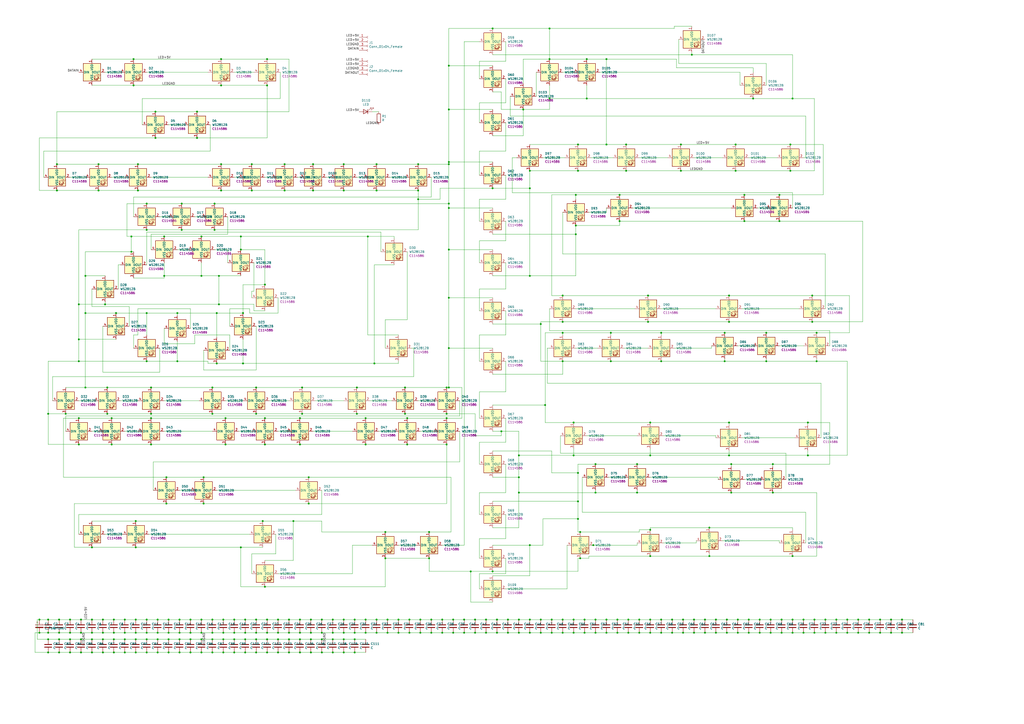
<source format=kicad_sch>
(kicad_sch (version 20211123) (generator eeschema)
  (paper "A2")
  (junction (at 72.39 359.41))
  (junction (at 57.15 110.49))
  (junction (at 281.94 359.41))
  (junction (at 316.23 234.95))
  (junction (at 104.14 359.41))
  (junction (at 72.39 378.46))
  (junction (at 472.44 359.41))
  (junction (at 468.63 245.11))
  (junction (at 485.14 359.41))
  (junction (at 142.24 370.84))
  (junction (at 59.69 367.03))
  (junction (at 154.94 367.03))
  (junction (at 318.77 34.29))
  (junction (at 351.79 34.29))
  (junction (at 285.75 16.51))
  (junction (at 114.3 80.01))
  (junction (at 97.79 378.46))
  (junction (at 123.19 370.84))
  (junction (at 193.04 378.46))
  (junction (at 40.64 378.46))
  (junction (at 85.09 118.11))
  (junction (at 186.69 359.41))
  (junction (at 259.08 242.57))
  (junction (at 140.97 181.61))
  (junction (at 123.19 359.41))
  (junction (at 281.94 367.03))
  (junction (at 96.52 292.1))
  (junction (at 453.39 367.03))
  (junction (at 161.29 378.46))
  (junction (at 118.11 276.86))
  (junction (at 275.59 367.03))
  (junction (at 27.94 370.84))
  (junction (at 426.72 99.06))
  (junction (at 87.63 257.81))
  (junction (at 334.01 135.89))
  (junction (at 118.11 292.1))
  (junction (at 223.52 323.85))
  (junction (at 85.09 181.61))
  (junction (at 95.25 160.02))
  (junction (at 154.94 49.53))
  (junction (at 260.35 144.78))
  (junction (at 370.84 359.41))
  (junction (at 434.34 359.41))
  (junction (at 335.28 83.82))
  (junction (at 205.74 370.84))
  (junction (at 288.29 367.03))
  (junction (at 110.49 367.03))
  (junction (at 199.39 367.03))
  (junction (at 340.36 57.15))
  (junction (at 53.34 317.5))
  (junction (at 128.27 110.49))
  (junction (at 179.07 292.1))
  (junction (at 510.54 367.03))
  (junction (at 260.35 63.5))
  (junction (at 212.09 367.03))
  (junction (at 326.39 186.69))
  (junction (at 186.69 367.03))
  (junction (at 452.12 113.03))
  (junction (at 148.59 378.46))
  (junction (at 332.74 264.16))
  (junction (at 34.29 359.41))
  (junction (at 173.99 370.84))
  (junction (at 45.72 257.81))
  (junction (at 76.2 146.05))
  (junction (at 153.67 257.81))
  (junction (at 307.34 359.41))
  (junction (at 478.79 359.41))
  (junction (at 124.46 133.35))
  (junction (at 237.49 367.03))
  (junction (at 473.71 209.55))
  (junction (at 135.89 378.46))
  (junction (at 408.94 367.03))
  (junction (at 426.72 83.82))
  (junction (at 471.17 171.45))
  (junction (at 135.89 370.84))
  (junction (at 332.74 367.03))
  (junction (at 77.47 34.29))
  (junction (at 40.64 359.41))
  (junction (at 231.14 359.41))
  (junction (at 154.94 34.29))
  (junction (at 377.19 307.34))
  (junction (at 34.29 378.46))
  (junction (at 77.47 49.53))
  (junction (at 440.69 367.03))
  (junction (at 60.96 176.53))
  (junction (at 85.09 367.03))
  (junction (at 294.64 367.03))
  (junction (at 288.29 359.41))
  (junction (at 78.74 359.41))
  (junction (at 300.99 264.16))
  (junction (at 466.09 359.41))
  (junction (at 396.24 367.03))
  (junction (at 123.19 367.03))
  (junction (at 242.57 115.57))
  (junction (at 313.69 367.03))
  (junction (at 375.92 186.69))
  (junction (at 173.99 367.03))
  (junction (at 326.39 193.04))
  (junction (at 22.86 367.03))
  (junction (at 53.34 378.46))
  (junction (at 334.01 130.81))
  (junction (at 243.84 367.03))
  (junction (at 91.44 370.84))
  (junction (at 447.04 367.03))
  (junction (at 193.04 359.41))
  (junction (at 459.74 367.03))
  (junction (at 248.92 323.85))
  (junction (at 262.89 359.41))
  (junction (at 142.24 367.03))
  (junction (at 116.84 359.41))
  (junction (at 345.44 285.75))
  (junction (at 420.37 209.55))
  (junction (at 87.63 240.03))
  (junction (at 128.27 95.25))
  (junction (at 369.57 269.24))
  (junction (at 448.31 269.24))
  (junction (at 104.14 370.84))
  (junction (at 377.19 264.16))
  (junction (at 335.28 290.83))
  (junction (at 453.39 359.41))
  (junction (at 504.19 359.41))
  (junction (at 313.69 359.41))
  (junction (at 140.97 210.82))
  (junction (at 46.99 370.84))
  (junction (at 213.36 137.16))
  (junction (at 97.79 359.41))
  (junction (at 64.77 257.81))
  (junction (at 153.67 242.57))
  (junction (at 497.84 359.41))
  (junction (at 102.87 209.55))
  (junction (at 72.39 367.03))
  (junction (at 354.33 209.55))
  (junction (at 260.35 224.79))
  (junction (at 148.59 224.79))
  (junction (at 260.35 172.72))
  (junction (at 424.18 269.24))
  (junction (at 85.09 359.41))
  (junction (at 248.92 308.61))
  (junction (at 415.29 359.41))
  (junction (at 127 176.53))
  (junction (at 97.79 370.84))
  (junction (at 129.54 367.03))
  (junction (at 53.34 359.41))
  (junction (at 153.67 340.36))
  (junction (at 478.79 367.03))
  (junction (at 78.74 370.84))
  (junction (at 90.17 80.01))
  (junction (at 199.39 370.84))
  (junction (at 130.81 242.57))
  (junction (at 85.09 378.46))
  (junction (at 64.77 242.57))
  (junction (at 394.97 99.06))
  (junction (at 116.84 367.03))
  (junction (at 161.29 367.03))
  (junction (at 231.14 367.03))
  (junction (at 326.39 359.41))
  (junction (at 359.41 113.03))
  (junction (at 173.99 257.81))
  (junction (at 259.08 240.03))
  (junction (at 123.19 240.03))
  (junction (at 212.09 359.41))
  (junction (at 377.19 367.03))
  (junction (at 345.44 269.24))
  (junction (at 444.5 193.04))
  (junction (at 415.29 367.03))
  (junction (at 424.18 285.75))
  (junction (at 339.09 367.03))
  (junction (at 78.74 378.46))
  (junction (at 336.55 308.61))
  (junction (at 146.05 110.49))
  (junction (at 497.84 367.03))
  (junction (at 87.63 224.79))
  (junction (at 40.64 370.84))
  (junction (at 148.59 370.84))
  (junction (at 223.52 308.61))
  (junction (at 22.86 359.41))
  (junction (at 33.02 95.25))
  (junction (at 491.49 359.41))
  (junction (at 129.54 370.84))
  (junction (at 96.52 276.86))
  (junction (at 78.74 302.26))
  (junction (at 427.99 359.41))
  (junction (at 175.26 224.79))
  (junction (at 27.94 240.03))
  (junction (at 377.19 359.41))
  (junction (at 116.84 370.84))
  (junction (at 165.1 110.49))
  (junction (at 130.81 257.81))
  (junction (at 458.47 99.06))
  (junction (at 27.94 367.03))
  (junction (at 427.99 367.03))
  (junction (at 422.91 264.16))
  (junction (at 383.54 367.03))
  (junction (at 335.28 274.32))
  (junction (at 139.7 137.16))
  (junction (at 153.67 165.1))
  (junction (at 139.7 144.78))
  (junction (at 90.17 64.77))
  (junction (at 199.39 110.49))
  (junction (at 326.39 367.03))
  (junction (at 358.14 367.03))
  (junction (at 260.35 201.93))
  (junction (at 285.75 109.22))
  (junction (at 199.39 95.25))
  (junction (at 45.72 242.57))
  (junction (at 148.59 367.03))
  (junction (at 523.24 367.03))
  (junction (at 170.18 302.26))
  (junction (at 444.5 209.55))
  (junction (at 236.22 257.81))
  (junction (at 269.24 367.03))
  (junction (at 320.04 359.41))
  (junction (at 49.53 224.79))
  (junction (at 105.41 133.35))
  (junction (at 46.99 378.46))
  (junction (at 300.99 367.03))
  (junction (at 154.94 359.41))
  (junction (at 422.91 171.45))
  (junction (at 102.87 181.61))
  (junction (at 66.04 378.46))
  (junction (at 471.17 186.69))
  (junction (at 193.04 370.84))
  (junction (at 218.44 95.25))
  (junction (at 359.41 128.27))
  (junction (at 320.04 367.03))
  (junction (at 260.35 38.1))
  (junction (at 45.72 196.85))
  (junction (at 340.36 34.29))
  (junction (at 364.49 367.03))
  (junction (at 431.8 128.27))
  (junction (at 491.49 367.03))
  (junction (at 339.09 359.41))
  (junction (at 205.74 359.41))
  (junction (at 218.44 367.03))
  (junction (at 260.35 95.25))
  (junction (at 49.53 160.02))
  (junction (at 76.2 137.16))
  (junction (at 212.09 257.81))
  (junction (at 332.74 359.41))
  (junction (at 363.22 99.06))
  (junction (at 173.99 359.41))
  (junction (at 436.88 57.15))
  (junction (at 332.74 245.11))
  (junction (at 85.09 133.35))
  (junction (at 110.49 359.41))
  (junction (at 434.34 367.03))
  (junction (at 256.54 359.41))
  (junction (at 154.94 378.46))
  (junction (at 383.54 193.04))
  (junction (at 259.08 257.81))
  (junction (at 411.48 306.07))
  (junction (at 217.17 210.82))
  (junction (at 142.24 378.46))
  (junction (at 369.57 285.75))
  (junction (at 396.24 359.41))
  (junction (at 303.53 63.5))
  (junction (at 66.04 367.03))
  (junction (at 59.69 378.46))
  (junction (at 53.34 370.84))
  (junction (at 234.95 224.79))
  (junction (at 72.39 370.84))
  (junction (at 87.63 242.57))
  (junction (at 154.94 370.84))
  (junction (at 129.54 359.41))
  (junction (at 78.74 367.03))
  (junction (at 431.8 113.03))
  (junction (at 180.34 359.41))
  (junction (at 91.44 367.03))
  (junction (at 411.48 322.58))
  (junction (at 473.71 193.04))
  (junction (at 326.39 171.45))
  (junction (at 85.09 370.84))
  (junction (at 351.79 359.41))
  (junction (at 205.74 367.03))
  (junction (at 307.34 367.03))
  (junction (at 152.4 302.26))
  (junction (at 57.15 95.25))
  (junction (at 199.39 359.41))
  (junction (at 377.19 322.58))
  (junction (at 49.53 181.61))
  (junction (at 128.27 49.53))
  (junction (at 351.79 367.03))
  (junction (at 129.54 378.46))
  (junction (at 300.99 285.75))
  (junction (at 243.84 359.41))
  (junction (at 285.75 331.47))
  (junction (at 91.44 378.46))
  (junction (at 334.01 113.03))
  (junction (at 250.19 367.03))
  (junction (at 80.01 95.25))
  (junction (at 45.72 176.53))
  (junction (at 27.94 359.41))
  (junction (at 307.34 160.02))
  (junction (at 95.25 137.16))
  (junction (at 180.34 367.03))
  (junction (at 205.74 378.46))
  (junction (at 199.39 378.46))
  (junction (at 307.34 316.23))
  (junction (at 123.19 378.46))
  (junction (at 146.05 95.25))
  (junction (at 116.84 160.02))
  (junction (at 161.29 359.41))
  (junction (at 344.17 316.23))
  (junction (at 237.49 359.41))
  (junction (at 504.19 367.03))
  (junction (at 179.07 276.86))
  (junction (at 91.44 359.41))
  (junction (at 125.73 210.82))
  (junction (at 394.97 83.82))
  (junction (at 466.09 367.03))
  (junction (at 458.47 83.82))
  (junction (at 440.69 359.41))
  (junction (at 142.24 359.41))
  (junction (at 114.3 64.77))
  (junction (at 127 160.02))
  (junction (at 269.24 359.41))
  (junction (at 135.89 367.03))
  (junction (at 262.89 367.03))
  (junction (at 34.29 370.84))
  (junction (at 167.64 359.41))
  (junction (at 256.54 367.03))
  (junction (at 218.44 110.49))
  (junction (at 389.89 367.03))
  (junction (at 290.83 250.19))
  (junction (at 46.99 367.03))
  (junction (at 275.59 359.41))
  (junction (at 207.01 240.03))
  (junction (at 181.61 95.25))
  (junction (at 180.34 370.84))
  (junction (at 224.79 367.03))
  (junction (at 148.59 240.03))
  (junction (at 351.79 83.82))
  (junction (at 459.74 322.58))
  (junction (at 401.32 31.75))
  (junction (at 116.84 137.16))
  (junction (at 420.37 193.04))
  (junction (at 260.35 118.11))
  (junction (at 46.99 359.41))
  (junction (at 181.61 110.49))
  (junction (at 259.08 224.79))
  (junction (at 523.24 359.41))
  (junction (at 85.09 209.55))
  (junction (at 167.64 370.84))
  (junction (at 383.54 359.41))
  (junction (at 510.54 359.41))
  (junction (at 193.04 367.03))
  (junction (at 402.59 359.41))
  (junction (at 242.57 95.25))
  (junction (at 33.02 110.49))
  (junction (at 38.1 240.03))
  (junction (at 148.59 359.41))
  (junction (at 472.44 367.03))
  (junction (at 40.64 367.03))
  (junction (at 260.35 93.98))
  (junction (at 358.14 359.41))
  (junction (at 116.84 378.46))
  (junction (at 105.41 118.11))
  (junction (at 123.19 224.79))
  (junction (at 300.99 359.41))
  (junction (at 250.19 359.41))
  (junction (at 294.64 359.41))
  (junction (at 363.22 83.82))
  (junction (at 110.49 370.84))
  (junction (at 175.26 240.03))
  (junction (at 421.64 367.03))
  (junction (at 389.89 359.41))
  (junction (at 452.12 128.27))
  (junction (at 236.22 242.57))
  (junction (at 180.34 378.46))
  (junction (at 345.44 359.41))
  (junction (at 207.01 224.79))
  (junction (at 78.74 317.5))
  (junction (at 59.69 359.41))
  (junction (at 422.91 186.69))
  (junction (at 422.91 245.11))
  (junction (at 224.79 359.41))
  (junction (at 408.94 359.41))
  (junction (at 161.29 370.84))
  (junction (at 59.69 370.84))
  (junction (at 97.79 367.03))
  (junction (at 173.99 378.46))
  (junction (at 336.55 323.85))
  (junction (at 53.34 367.03))
  (junction (at 307.34 99.06))
  (junction (at 318.77 16.51))
  (junction (at 135.89 359.41))
  (junction (at 104.14 367.03))
  (junction (at 165.1 95.25))
  (junction (at 335.28 300.99))
  (junction (at 139.7 317.5))
  (junction (at 448.31 285.75))
  (junction (at 125.73 181.61))
  (junction (at 66.04 359.41))
  (junction (at 375.92 171.45))
  (junction (at 383.54 209.55))
  (junction (at 62.23 240.03))
  (junction (at 212.09 242.57))
  (junction (at 300.99 276.86))
  (junction (at 421.64 359.41))
  (junction (at 345.44 367.03))
  (junction (at 167.64 367.03))
  (junction (at 318.77 57.15))
  (junction (at 485.14 367.03))
  (junction (at 62.23 224.79))
  (junction (at 67.31 181.61))
  (junction (at 307.34 109.22))
  (junction (at 124.46 118.11))
  (junction (at 370.84 367.03))
  (junction (at 234.95 240.03))
  (junction (at 167.64 378.46))
  (junction (at 459.74 57.15))
  (junction (at 104.14 378.46))
  (junction (at 242.57 110.49))
  (junction (at 45.72 209.55))
  (junction (at 173.99 242.57))
  (junction (at 335.28 99.06))
  (junction (at 27.94 378.46))
  (junction (at 186.69 370.84))
  (junction (at 459.74 359.41))
  (junction (at 326.39 209.55))
  (junction (at 66.04 370.84))
  (junction (at 516.89 359.41))
  (junction (at 377.19 245.11))
  (junction (at 447.04 359.41))
  (junction (at 313.69 187.96))
  (junction (at 186.69 378.46))
  (junction (at 218.44 359.41))
  (junction (at 128.27 34.29))
  (junction (at 354.33 193.04))
  (junction (at 34.29 367.03))
  (junction (at 110.49 378.46))
  (junction (at 273.05 331.47))
  (junction (at 260.35 120.65))
  (junction (at 364.49 359.41))
  (junction (at 516.89 367.03))
  (junction (at 402.59 367.03))
  (junction (at 80.01 110.49))
  (junction (at 468.63 264.16))
  (wire (pts (xy 285.75 261.62) (xy 320.04 261.62)))
  (wire (pts (xy 66.04 378.46) (xy 59.69 378.46)))
  (wire (pts (xy 260.35 63.5) (xy 285.75 63.5)))
  (wire (pts (xy 416.56 276.86) (xy 416.56 278.13)))
  (wire (pts (xy 60.96 41.91) (xy 69.85 41.91)))
  (wire (pts (xy 396.24 367.03) (xy 389.89 367.03)))
  (wire (pts (xy 278.13 256.54) (xy 278.13 269.24)))
  (wire (pts (xy 320.04 171.45) (xy 326.39 171.45)))
  (wire (pts (xy 353.06 276.86) (xy 361.95 276.86)))
  (wire (pts (xy 87.63 102.87) (xy 120.65 102.87)))
  (wire (pts (xy 80.01 110.49) (xy 128.27 110.49)))
  (wire (pts (xy 459.74 111.76) (xy 297.18 111.76)))
  (wire (pts (xy 123.19 370.84) (xy 129.54 370.84)))
  (wire (pts (xy 144.78 181.61) (xy 144.78 179.07)))
  (wire (pts (xy 181.61 110.49) (xy 199.39 110.49)))
  (wire (pts (xy 391.16 16.51) (xy 391.16 15.24)))
  (wire (pts (xy 212.09 378.46) (xy 205.74 378.46)))
  (wire (pts (xy 140.97 210.82) (xy 140.97 196.85)))
  (wire (pts (xy 60.96 176.53) (xy 127 176.53)))
  (wire (pts (xy 250.19 102.87) (xy 250.19 114.3)))
  (wire (pts (xy 248.92 331.47) (xy 273.05 331.47)))
  (wire (pts (xy 74.93 177.8) (xy 53.34 177.8)))
  (wire (pts (xy 43.18 292.1) (xy 43.18 317.5)))
  (wire (pts (xy 335.28 269.24) (xy 335.28 274.32)))
  (wire (pts (xy 154.94 359.41) (xy 148.59 359.41)))
  (wire (pts (xy 420.37 193.04) (xy 383.54 193.04)))
  (wire (pts (xy 444.5 193.04) (xy 420.37 193.04)))
  (wire (pts (xy 344.17 316.23) (xy 369.57 316.23)))
  (wire (pts (xy 219.71 250.19) (xy 228.6 250.19)))
  (wire (pts (xy 377.19 322.58) (xy 341.63 322.58)))
  (wire (pts (xy 293.37 45.72) (xy 293.37 59.69)))
  (wire (pts (xy 260.35 118.11) (xy 260.35 120.65)))
  (wire (pts (xy 215.9 64.77) (xy 219.71 64.77)))
  (wire (pts (xy 212.09 367.03) (xy 205.74 367.03)))
  (wire (pts (xy 128.27 110.49) (xy 146.05 110.49)))
  (wire (pts (xy 516.89 359.41) (xy 510.54 359.41)))
  (wire (pts (xy 261.62 276.86) (xy 261.62 308.61)))
  (wire (pts (xy 102.87 209.55) (xy 102.87 198.12)))
  (wire (pts (xy 154.94 367.03) (xy 148.59 367.03)))
  (wire (pts (xy 125.73 210.82) (xy 140.97 210.82)))
  (wire (pts (xy 148.59 367.03) (xy 142.24 367.03)))
  (wire (pts (xy 76.2 146.05) (xy 76.2 137.16)))
  (wire (pts (xy 113.03 199.39) (xy 95.25 199.39)))
  (wire (pts (xy 148.59 378.46) (xy 142.24 378.46)))
  (wire (pts (xy 347.98 41.91) (xy 429.26 41.91)))
  (wire (pts (xy 345.44 269.24) (xy 335.28 269.24)))
  (wire (pts (xy 53.34 302.26) (xy 78.74 302.26)))
  (wire (pts (xy 102.87 181.61) (xy 85.09 181.61)))
  (wire (pts (xy 33.02 64.77) (xy 33.02 95.25)))
  (wire (pts (xy 401.32 31.75) (xy 459.74 31.75)))
  (wire (pts (xy 153.67 144.78) (xy 153.67 165.1)))
  (wire (pts (xy 146.05 321.31) (xy 146.05 332.74)))
  (wire (pts (xy 57.15 95.25) (xy 80.01 95.25)))
  (wire (pts (xy 285.75 234.95) (xy 316.23 234.95)))
  (wire (pts (xy 332.74 245.11) (xy 377.19 245.11)))
  (wire (pts (xy 320.04 274.32) (xy 335.28 274.32)))
  (wire (pts (xy 422.91 261.62) (xy 422.91 264.16)))
  (wire (pts (xy 223.52 185.42) (xy 223.52 201.93)))
  (wire (pts (xy 102.87 209.55) (xy 120.65 209.55)))
  (wire (pts (xy 127 160.02) (xy 116.84 160.02)))
  (wire (pts (xy 91.44 367.03) (xy 85.09 367.03)))
  (wire (pts (xy 175.26 240.03) (xy 207.01 240.03)))
  (wire (pts (xy 147.32 168.91) (xy 146.05 168.91)))
  (wire (pts (xy 256.54 316.23) (xy 269.24 316.23)))
  (wire (pts (xy 213.36 137.16) (xy 228.6 137.16)))
  (wire (pts (xy 153.67 165.1) (xy 140.97 165.1)))
  (wire (pts (xy 424.18 269.24) (xy 424.18 270.51)))
  (wire (pts (xy 173.99 102.87) (xy 172.72 102.87)))
  (wire (pts (xy 96.52 276.86) (xy 118.11 276.86)))
  (wire (pts (xy 73.66 118.11) (xy 73.66 137.16)))
  (wire (pts (xy 335.28 83.82) (xy 307.34 83.82)))
  (wire (pts (xy 186.69 378.46) (xy 180.34 378.46)))
  (wire (pts (xy 471.17 171.45) (xy 492.76 171.45)))
  (wire (pts (xy 33.02 95.25) (xy 57.15 95.25)))
  (wire (pts (xy 223.52 308.61) (xy 186.69 308.61)))
  (wire (pts (xy 269.24 24.13) (xy 278.13 24.13)))
  (wire (pts (xy 477.52 83.82) (xy 477.52 113.03)))
  (wire (pts (xy 205.74 367.03) (xy 199.39 367.03)))
  (wire (pts (xy 341.63 322.58) (xy 341.63 323.85)))
  (wire (pts (xy 297.18 111.76) (xy 297.18 91.44)))
  (wire (pts (xy 326.39 217.17) (xy 326.39 209.55)))
  (wire (pts (xy 148.59 359.41) (xy 142.24 359.41)))
  (wire (pts (xy 375.92 171.45) (xy 422.91 171.45)))
  (wire (pts (xy 317.5 222.25) (xy 317.5 201.93)))
  (wire (pts (xy 20.32 378.46) (xy 20.32 367.03)))
  (wire (pts (xy 236.22 242.57) (xy 212.09 242.57)))
  (wire (pts (xy 377.19 322.58) (xy 411.48 322.58)))
  (wire (pts (xy 334.01 160.02) (xy 307.34 160.02)))
  (wire (pts (xy 281.94 367.03) (xy 275.59 367.03)))
  (wire (pts (xy 262.89 359.41) (xy 256.54 359.41)))
  (wire (pts (xy 135.89 102.87) (xy 138.43 102.87)))
  (wire (pts (xy 293.37 87.63) (xy 278.13 87.63)))
  (wire (pts (xy 118.11 276.86) (xy 179.07 276.86)))
  (wire (pts (xy 300.99 359.41) (xy 294.64 359.41)))
  (wire (pts (xy 303.53 63.5) (xy 290.83 63.5)))
  (wire (pts (xy 345.44 285.75) (xy 369.57 285.75)))
  (wire (pts (xy 129.54 370.84) (xy 135.89 370.84)))
  (wire (pts (xy 234.95 224.79) (xy 259.08 224.79)))
  (wire (pts (xy 384.81 314.96) (xy 403.86 314.96)))
  (wire (pts (xy 358.14 367.03) (xy 351.79 367.03)))
  (wire (pts (xy 154.94 34.29) (xy 167.64 34.29)))
  (wire (pts (xy 256.54 359.41) (xy 250.19 359.41)))
  (wire (pts (xy 45.72 196.85) (xy 67.31 196.85)))
  (wire (pts (xy 278.13 285.75) (xy 278.13 298.45)))
  (wire (pts (xy 38.1 241.3) (xy 38.1 250.19)))
  (wire (pts (xy 186.69 298.45) (xy 45.72 298.45)))
  (wire (pts (xy 181.61 250.19) (xy 204.47 250.19)))
  (wire (pts (xy 77.47 49.53) (xy 128.27 49.53)))
  (wire (pts (xy 110.49 190.5) (xy 110.49 179.07)))
  (wire (pts (xy 242.57 115.57) (xy 242.57 133.35)))
  (wire (pts (xy 180.34 378.46) (xy 173.99 378.46)))
  (wire (pts (xy 473.71 209.55) (xy 444.5 209.55)))
  (wire (pts (xy 326.39 193.04) (xy 316.23 193.04)))
  (wire (pts (xy 294.64 359.41) (xy 288.29 359.41)))
  (wire (pts (xy 468.63 245.11) (xy 468.63 246.38)))
  (wire (pts (xy 300.99 285.75) (xy 300.99 306.07)))
  (wire (pts (xy 431.8 128.27) (xy 359.41 128.27)))
  (wire (pts (xy 85.09 181.61) (xy 85.09 194.31)))
  (wire (pts (xy 285.75 316.23) (xy 307.34 316.23)))
  (wire (pts (xy 124.46 144.78) (xy 132.08 144.78)))
  (wire (pts (xy 259.08 224.79) (xy 260.35 224.79)))
  (wire (pts (xy 426.72 83.82) (xy 458.47 83.82)))
  (wire (pts (xy 361.95 201.93) (xy 375.92 201.93)))
  (wire (pts (xy 217.17 210.82) (xy 217.17 153.67)))
  (wire (pts (xy 285.75 290.83) (xy 335.28 290.83)))
  (wire (pts (xy 285.75 217.17) (xy 326.39 217.17)))
  (wire (pts (xy 444.5 208.28) (xy 444.5 209.55)))
  (wire (pts (xy 300.99 276.86) (xy 285.75 276.86)))
  (wire (pts (xy 45.72 196.85) (xy 45.72 209.55)))
  (wire (pts (xy 278.13 167.64) (xy 278.13 180.34)))
  (wire (pts (xy 49.53 160.02) (xy 49.53 146.05)))
  (wire (pts (xy 485.14 367.03) (xy 478.79 367.03)))
  (wire (pts (xy 240.03 201.93) (xy 240.03 218.44)))
  (wire (pts (xy 307.34 109.22) (xy 307.34 160.02)))
  (wire (pts (xy 335.28 274.32) (xy 335.28 290.83)))
  (wire (pts (xy 293.37 194.31) (xy 278.13 194.31)))
  (wire (pts (xy 110.49 378.46) (xy 104.14 378.46)))
  (wire (pts (xy 383.54 194.31) (xy 383.54 193.04)))
  (wire (pts (xy 129.54 359.41) (xy 123.19 359.41)))
  (wire (pts (xy 491.49 209.55) (xy 473.71 209.55)))
  (wire (pts (xy 467.36 91.44) (xy 466.09 91.44)))
  (wire (pts (xy 411.48 322.58) (xy 459.74 322.58)))
  (wire (pts (xy 218.44 367.03) (xy 212.09 367.03)))
  (wire (pts (xy 478.79 179.07) (xy 478.79 147.32)))
  (wire (pts (xy 146.05 95.25) (xy 165.1 95.25)))
  (wire (pts (xy 467.36 67.31) (xy 467.36 91.44)))
  (wire (pts (xy 341.63 323.85) (xy 336.55 323.85)))
  (wire (pts (xy 336.55 323.85) (xy 335.28 323.85)))
  (wire (pts (xy 78.74 367.03) (xy 72.39 367.03)))
  (wire (pts (xy 278.13 312.42) (xy 278.13 323.85)))
  (wire (pts (xy 154.94 370.84) (xy 161.29 370.84)))
  (wire (pts (xy 78.74 359.41) (xy 72.39 359.41)))
  (wire (pts (xy 389.89 367.03) (xy 383.54 367.03)))
  (wire (pts (xy 85.09 134.62) (xy 220.98 134.62)))
  (wire (pts (xy 295.91 67.31) (xy 295.91 55.88)))
  (wire (pts (xy 78.74 317.5) (xy 139.7 317.5)))
  (wire (pts (xy 332.74 367.03) (xy 326.39 367.03)))
  (wire (pts (xy 420.37 208.28) (xy 420.37 209.55)))
  (wire (pts (xy 104.14 367.03) (xy 97.79 367.03)))
  (wire (pts (xy 295.91 67.31) (xy 467.36 67.31)))
  (wire (pts (xy 43.18 317.5) (xy 53.34 317.5)))
  (wire (pts (xy 153.67 340.36) (xy 223.52 340.36)))
  (wire (pts (xy 259.08 240.03) (xy 275.59 240.03)))
  (wire (pts (xy 472.44 367.03) (xy 466.09 367.03)))
  (wire (pts (xy 260.35 95.25) (xy 260.35 93.98)))
  (wire (pts (xy 293.37 59.69) (xy 278.13 59.69)))
  (wire (pts (xy 161.29 250.19) (xy 166.37 250.19)))
  (wire (pts (xy 267.97 242.57) (xy 259.08 242.57)))
  (wire (pts (xy 85.09 209.55) (xy 102.87 209.55)))
  (wire (pts (xy 266.7 241.3) (xy 38.1 241.3)))
  (wire (pts (xy 167.64 359.41) (xy 161.29 359.41)))
  (wire (pts (xy 363.22 83.82) (xy 394.97 83.82)))
  (wire (pts (xy 453.39 367.03) (xy 447.04 367.03)))
  (wire (pts (xy 288.29 359.41) (xy 281.94 359.41)))
  (wire (pts (xy 314.96 91.44) (xy 327.66 91.44)))
  (wire (pts (xy 285.75 16.51) (xy 318.77 16.51)))
  (wire (pts (xy 334.01 201.93) (xy 346.71 201.93)))
  (wire (pts (xy 444.5 209.55) (xy 420.37 209.55)))
  (wire (pts (xy 459.74 120.65) (xy 459.74 111.76)))
  (wire (pts (xy 452.12 313.69) (xy 452.12 314.96)))
  (wire (pts (xy 255.27 115.57) (xy 242.57 115.57)))
  (wire (pts (xy 278.13 59.69) (xy 278.13 71.12)))
  (wire (pts (xy 262.89 367.03) (xy 256.54 367.03)))
  (wire (pts (xy 59.69 367.03) (xy 66.04 367.03)))
  (wire (pts (xy 133.35 179.07) (xy 133.35 189.23)))
  (wire (pts (xy 205.74 378.46) (xy 199.39 378.46)))
  (wire (pts (xy 367.03 120.65) (xy 424.18 120.65)))
  (wire (pts (xy 124.46 118.11) (xy 105.41 118.11)))
  (wire (pts (xy 468.63 264.16) (xy 468.63 261.62)))
  (wire (pts (xy 45.72 176.53) (xy 60.96 176.53)))
  (wire (pts (xy 104.14 370.84) (xy 110.49 370.84)))
  (wire (pts (xy 459.74 359.41) (xy 453.39 359.41)))
  (wire (pts (xy 307.34 316.23) (xy 314.96 316.23)))
  (wire (pts (xy 224.79 359.41) (xy 218.44 359.41)))
  (wire (pts (xy 459.74 322.58) (xy 473.71 322.58)))
  (wire (pts (xy 204.47 332.74) (xy 204.47 316.23)))
  (wire (pts (xy 78.74 370.84) (xy 85.09 370.84)))
  (wire (pts (xy 459.74 31.75) (xy 459.74 57.15)))
  (wire (pts (xy 300.99 285.75) (xy 300.99 276.86)))
  (wire (pts (xy 78.74 378.46) (xy 72.39 378.46)))
  (wire (pts (xy 491.49 359.41) (xy 485.14 359.41)))
  (wire (pts (xy 123.19 240.03) (xy 148.59 240.03)))
  (wire (pts (xy 317.5 201.93) (xy 318.77 201.93)))
  (wire (pts (xy 104.14 284.48) (xy 110.49 284.48)))
  (wire (pts (xy 458.47 99.06) (xy 472.44 99.06)))
  (wire (pts (xy 173.99 242.57) (xy 153.67 242.57)))
  (wire (pts (xy 260.35 16.51) (xy 285.75 16.51)))
  (wire (pts (xy 127 176.53) (xy 127 160.02)))
  (wire (pts (xy 110.49 367.03) (xy 104.14 367.03)))
  (wire (pts (xy 420.37 209.55) (xy 383.54 209.55)))
  (wire (pts (xy 121.92 87.63) (xy 25.4 87.63)))
  (wire (pts (xy 240.03 218.44) (xy 30.48 218.44)))
  (wire (pts (xy 320.04 261.62) (xy 320.04 274.32)))
  (wire (pts (xy 326.39 147.32) (xy 478.79 147.32)))
  (wire (pts (xy 260.35 93.98) (xy 260.35 63.5)))
  (wire (pts (xy 411.48 306.07) (xy 377.19 306.07)))
  (wire (pts (xy 213.36 137.16) (xy 213.36 194.31)))
  (wire (pts (xy 447.04 367.03) (xy 440.69 367.03)))
  (wire (pts (xy 318.77 57.15) (xy 318.77 49.53)))
  (wire (pts (xy 88.9 267.97) (xy 88.9 284.48)))
  (wire (pts (xy 266.7 250.19) (xy 266.7 267.97)))
  (wire (pts (xy 135.89 370.84) (xy 142.24 370.84)))
  (wire (pts (xy 125.73 181.61) (xy 102.87 181.61)))
  (wire (pts (xy 459.74 306.07) (xy 459.74 307.34)))
  (wire (pts (xy 293.37 227.33) (xy 278.13 227.33)))
  (wire (pts (xy 468.63 264.16) (xy 491.49 264.16)))
  (wire (pts (xy 116.84 359.41) (xy 110.49 359.41)))
  (wire (pts (xy 290.83 53.34) (xy 285.75 53.34)))
  (wire (pts (xy 318.77 63.5) (xy 303.53 63.5)))
  (wire (pts (xy 293.37 101.6) (xy 293.37 115.57)))
  (wire (pts (xy 275.59 359.41) (xy 269.24 359.41)))
  (wire (pts (xy 389.89 359.41) (xy 383.54 359.41)))
  (wire (pts (xy 199.39 110.49) (xy 218.44 110.49)))
  (wire (pts (xy 339.09 367.03) (xy 332.74 367.03)))
  (wire (pts (xy 180.34 367.03) (xy 173.99 367.03)))
  (wire (pts (xy 78.74 302.26) (xy 152.4 302.26)))
  (wire (pts (xy 300.99 306.07) (xy 285.75 306.07)))
  (wire (pts (xy 77.47 161.29) (xy 95.25 161.29)))
  (wire (pts (xy 142.24 370.84) (xy 148.59 370.84)))
  (wire (pts (xy 293.37 180.34) (xy 293.37 194.31)))
  (wire (pts (xy 59.69 359.41) (xy 53.34 359.41)))
  (wire (pts (xy 403.86 314.96) (xy 403.86 313.69)))
  (wire (pts (xy 34.29 378.46) (xy 27.94 378.46)))
  (wire (pts (xy 383.54 193.04) (xy 354.33 193.04)))
  (wire (pts (xy 231.14 210.82) (xy 231.14 209.55)))
  (wire (pts (xy 27.94 240.03) (xy 27.94 257.81)))
  (wire (pts (xy 316.23 193.04) (xy 316.23 234.95)))
  (wire (pts (xy 351.79 367.03) (xy 345.44 367.03)))
  (wire (pts (xy 218.44 95.25) (xy 242.57 95.25)))
  (wire (pts (xy 62.23 224.79) (xy 87.63 224.79)))
  (wire (pts (xy 326.39 359.41) (xy 320.04 359.41)))
  (wire (pts (xy 300.99 264.16) (xy 300.99 250.19)))
  (wire (pts (xy 267.97 224.79) (xy 267.97 242.57)))
  (wire (pts (xy 313.69 187.96) (xy 313.69 186.69)))
  (wire (pts (xy 345.44 359.41) (xy 339.09 359.41)))
  (wire (pts (xy 92.71 125.73) (xy 97.79 125.73)))
  (wire (pts (xy 364.49 359.41) (xy 358.14 359.41)))
  (wire (pts (xy 424.18 269.24) (xy 369.57 269.24)))
  (wire (pts (xy 148.59 224.79) (xy 175.26 224.79)))
  (wire (pts (xy 147.32 176.53) (xy 147.32 180.34)))
  (wire (pts (xy 161.29 367.03) (xy 154.94 367.03)))
  (wire (pts (xy 307.34 109.22) (xy 307.34 99.06)))
  (wire (pts (xy 66.04 367.03) (xy 72.39 367.03)))
  (wire (pts (xy 326.39 209.55) (xy 313.69 209.55)))
  (wire (pts (xy 72.39 370.84) (xy 78.74 370.84)))
  (wire (pts (xy 275.59 240.03) (xy 275.59 252.73)))
  (wire (pts (xy 213.36 194.31) (xy 231.14 194.31)))
  (wire (pts (xy 64.77 242.57) (xy 45.72 242.57)))
  (wire (pts (xy 377.19 264.16) (xy 422.91 264.16)))
  (wire (pts (xy 314.96 300.99) (xy 335.28 300.99)))
  (wire (pts (xy 448.31 270.51) (xy 448.31 269.24)))
  (wire (pts (xy 27.94 378.46) (xy 20.32 378.46)))
  (wire (pts (xy 30.48 218.44) (xy 30.48 232.41)))
  (wire (pts (xy 335.28 308.61) (xy 336.55 308.61)))
  (wire (pts (xy 431.8 113.03) (xy 359.41 113.03)))
  (wire (pts (xy 132.08 135.89) (xy 87.63 135.89)))
  (wire (pts (xy 124.46 133.35) (xy 105.41 133.35)))
  (wire (pts (xy 53.34 177.8) (xy 53.34 167.64)))
  (wire (pts (xy 59.69 370.84) (xy 66.04 370.84)))
  (wire (pts (xy 340.36 34.29) (xy 351.79 34.29)))
  (wire (pts (xy 335.28 99.06) (xy 363.22 99.06)))
  (wire (pts (xy 207.01 240.03) (xy 234.95 240.03)))
  (wire (pts (xy 285.75 172.72) (xy 260.35 172.72)))
  (wire (pts (xy 67.31 181.61) (xy 49.53 181.61)))
  (wire (pts (xy 459.74 57.15) (xy 436.88 57.15)))
  (wire (pts (xy 278.13 35.56) (xy 278.13 45.72)))
  (wire (pts (xy 167.64 34.29) (xy 167.64 64.77)))
  (wire (pts (xy 46.99 378.46) (xy 40.64 378.46)))
  (wire (pts (xy 402.59 91.44) (xy 419.1 91.44)))
  (wire (pts (xy 173.99 359.41) (xy 167.64 359.41)))
  (wire (pts (xy 300.99 250.19) (xy 290.83 250.19)))
  (wire (pts (xy 293.37 242.57) (xy 293.37 256.54)))
  (wire (pts (xy 369.57 316.23) (xy 369.57 314.96)))
  (wire (pts (xy 293.37 332.74) (xy 278.13 332.74)))
  (wire (pts (xy 40.64 378.46) (xy 34.29 378.46)))
  (wire (pts (xy 85.09 41.91) (xy 120.65 41.91)))
  (wire (pts (xy 140.97 181.61) (xy 125.73 181.61)))
  (wire (pts (xy 45.72 232.41) (xy 54.61 232.41)))
  (wire (pts (xy 422.91 246.38) (xy 422.91 245.11)))
  (wire (pts (xy 260.35 95.25) (xy 260.35 118.11)))
  (wire (pts (xy 91.44 359.41) (xy 85.09 359.41)))
  (wire (pts (xy 427.99 359.41) (xy 421.64 359.41)))
  (wire (pts (xy 27.94 240.03) (xy 38.1 240.03)))
  (wire (pts (xy 204.47 316.23) (xy 215.9 316.23)))
  (wire (pts (xy 59.69 215.9) (xy 59.69 189.23)))
  (wire (pts (xy 466.09 359.41) (xy 459.74 359.41)))
  (wire (pts (xy 336.55 308.61) (xy 370.84 308.61)))
  (wire (pts (xy 334.01 135.89) (xy 334.01 160.02)))
  (wire (pts (xy 473.71 193.04) (xy 444.5 193.04)))
  (wire (pts (xy 242.57 110.49) (xy 242.57 115.57)))
  (wire (pts (xy 76.2 137.16) (xy 95.25 137.16)))
  (wire (pts (xy 53.34 370.84) (xy 59.69 370.84)))
  (wire (pts (xy 455.93 262.89) (xy 325.12 262.89)))
  (wire (pts (xy 228.6 137.16) (xy 228.6 138.43)))
  (wire (pts (xy 129.54 378.46) (xy 123.19 378.46)))
  (wire (pts (xy 377.19 245.11) (xy 422.91 245.11)))
  (wire (pts (xy 510.54 359.41) (xy 504.19 359.41)))
  (wire (pts (xy 285.75 331.47) (xy 335.28 331.47)))
  (wire (pts (xy 97.79 378.46) (xy 91.44 378.46)))
  (wire (pts (xy 337.82 297.18) (xy 337.82 276.86)))
  (wire (pts (xy 130.81 232.41) (xy 140.97 232.41)))
  (wire (pts (xy 91.44 378.46) (xy 85.09 378.46)))
  (wire (pts (xy 53.34 250.19) (xy 57.15 250.19)))
  (wire (pts (xy 452.12 128.27) (xy 431.8 128.27)))
  (wire (pts (xy 497.84 359.41) (xy 491.49 359.41)))
  (wire (pts (xy 260.35 172.72) (xy 260.35 201.93)))
  (wire (pts (xy 422.91 245.11) (xy 468.63 245.11)))
  (wire (pts (xy 180.34 370.84) (xy 186.69 370.84)))
  (wire (pts (xy 313.69 186.69) (xy 326.39 186.69)))
  (wire (pts (xy 45.72 133.35) (xy 85.09 133.35)))
  (wire (pts (xy 77.47 114.3) (xy 77.47 125.73)))
  (wire (pts (xy 297.18 91.44) (xy 299.72 91.44)))
  (wire (pts (xy 49.53 160.02) (xy 60.96 160.02)))
  (wire (pts (xy 40.64 359.41) (xy 34.29 359.41)))
  (wire (pts (xy 27.94 209.55) (xy 27.94 240.03)))
  (wire (pts (xy 440.69 359.41) (xy 434.34 359.41)))
  (wire (pts (xy 105.41 133.35) (xy 85.09 133.35)))
  (wire (pts (xy 492.76 193.04) (xy 473.71 193.04)))
  (wire (pts (xy 231.14 359.41) (xy 224.79 359.41)))
  (wire (pts (xy 411.48 306.07) (xy 459.74 306.07)))
  (wire (pts (xy 370.84 308.61) (xy 370.84 307.34)))
  (wire (pts (xy 364.49 367.03) (xy 358.14 367.03)))
  (wire (pts (xy 242.57 95.25) (xy 260.35 95.25)))
  (wire (pts (xy 491.49 264.16) (xy 491.49 209.55)))
  (wire (pts (xy 193.04 378.46) (xy 186.69 378.46)))
  (wire (pts (xy 293.37 152.4) (xy 293.37 167.64)))
  (wire (pts (xy 326.39 193.04) (xy 326.39 194.31)))
  (wire (pts (xy 146.05 110.49) (xy 165.1 110.49)))
  (wire (pts (xy 369.57 285.75) (xy 424.18 285.75)))
  (wire (pts (xy 285.75 187.96) (xy 313.69 187.96)))
  (wire (pts (xy 135.89 359.41) (xy 129.54 359.41)))
  (wire (pts (xy 293.37 209.55) (xy 293.37 227.33)))
  (wire (pts (xy 492.76 171.45) (xy 492.76 193.04)))
  (wire (pts (xy 153.67 257.81) (xy 173.99 257.81)))
  (wire (pts (xy 127 160.02) (xy 139.7 160.02)))
  (wire (pts (xy 140.97 165.1) (xy 140.97 181.61)))
  (wire (pts (xy 293.37 71.12) (xy 293.37 87.63)))
  (wire (pts (xy 120.65 210.82) (xy 125.73 210.82)))
  (wire (pts (xy 170.18 325.12) (xy 153.67 325.12)))
  (wire (pts (xy 80.01 179.07) (xy 80.01 194.31)))
  (wire (pts (xy 326.39 367.03) (xy 320.04 367.03)))
  (wire (pts (xy 248.92 323.85) (xy 248.92 331.47)))
  (wire (pts (xy 180.34 359.41) (xy 173.99 359.41)))
  (wire (pts (xy 97.79 359.41) (xy 91.44 359.41)))
  (wire (pts (xy 260.35 63.5) (xy 260.35 38.1)))
  (wire (pts (xy 80.01 194.31) (xy 77.47 194.31)))
  (wire (pts (xy 142.24 378.46) (xy 135.89 378.46)))
  (wire (pts (xy 224.79 367.03) (xy 218.44 367.03)))
  (wire (pts (xy 205.74 370.84) (xy 212.09 370.84)))
  (wire (pts (xy 383.54 367.03) (xy 377.19 367.03)))
  (wire (pts (xy 64.77 102.87) (xy 72.39 102.87)))
  (wire (pts (xy 307.34 99.06) (xy 335.28 99.06)))
  (wire (pts (xy 408.94 367.03) (xy 402.59 367.03)))
  (wire (pts (xy 351.79 359.41) (xy 345.44 359.41)))
  (wire (pts (xy 256.54 367.03) (xy 250.19 367.03)))
  (wire (pts (xy 21.59 359.41) (xy 22.86 359.41)))
  (wire (pts (xy 523.24 367.03) (xy 516.89 367.03)))
  (wire (pts (xy 351.79 83.82) (xy 335.28 83.82)))
  (wire (pts (xy 466.09 367.03) (xy 459.74 367.03)))
  (wire (pts (xy 240.03 201.93) (xy 238.76 201.93)))
  (wire (pts (xy 21.59 359.41) (xy 21.59 370.84)))
  (wire (pts (xy 135.89 41.91) (xy 147.32 41.91)))
  (wire (pts (xy 500.38 186.69) (xy 500.38 128.27)))
  (wire (pts (xy 260.35 224.79) (xy 267.97 224.79)))
  (wire (pts (xy 139.7 144.78) (xy 153.67 144.78)))
  (wire (pts (xy 307.34 334.01) (xy 285.75 334.01)))
  (wire (pts (xy 179.07 292.1) (xy 118.11 292.1)))
  (wire (pts (xy 154.94 378.46) (xy 148.59 378.46)))
  (wire (pts (xy 401.32 31.75) (xy 401.32 30.48)))
  (wire (pts (xy 307.34 359.41) (xy 300.99 359.41)))
  (wire (pts (xy 46.99 367.03) (xy 53.34 367.03)))
  (wire (pts (xy 68.58 167.64) (xy 68.58 153.67)))
  (wire (pts (xy 285.75 120.65) (xy 260.35 120.65)))
  (wire (pts (xy 199.39 378.46) (xy 193.04 378.46)))
  (wire (pts (xy 447.04 359.41) (xy 440.69 359.41)))
  (wire (pts (xy 351.79 34.29) (xy 392.43 34.29)))
  (wire (pts (xy 481.33 245.11) (xy 481.33 269.24)))
  (wire (pts (xy 426.72 99.06) (xy 458.47 99.06)))
  (wire (pts (xy 316.23 234.95) (xy 316.23 245.11)))
  (wire (pts (xy 53.34 49.53) (xy 77.47 49.53)))
  (wire (pts (xy 260.35 118.11) (xy 124.46 118.11)))
  (wire (pts (xy 285.75 93.98) (xy 260.35 93.98)))
  (wire (pts (xy 193.04 359.41) (xy 186.69 359.41)))
  (wire (pts (xy 473.71 208.28) (xy 473.71 209.55)))
  (wire (pts (xy 217.17 153.67) (xy 228.6 153.67)))
  (wire (pts (xy 332.74 359.41) (xy 326.39 359.41)))
  (wire (pts (xy 334.01 130.81) (xy 334.01 135.89)))
  (wire (pts (xy 293.37 167.64) (xy 278.13 167.64)))
  (wire (pts (xy 114.3 64.77) (xy 90.17 64.77)))
  (wire (pts (xy 377.19 260.35) (xy 377.19 264.16)))
  (wire (pts (xy 237.49 359.41) (xy 231.14 359.41)))
  (wire (pts (xy 142.24 359.41) (xy 135.89 359.41)))
  (wire (pts (xy 46.99 359.41) (xy 40.64 359.41)))
  (wire (pts (xy 20.32 367.03) (xy 22.86 367.03)))
  (wire (pts (xy 123.19 367.03) (xy 116.84 367.03)))
  (wire (pts (xy 220.98 134.62) (xy 220.98 146.05)))
  (wire (pts (xy 408.94 359.41) (xy 402.59 359.41)))
  (wire (pts (xy 448.31 285.75) (xy 473.71 285.75)))
  (wire (pts (xy 288.29 367.03) (xy 281.94 367.03)))
  (wire (pts (xy 313.69 367.03) (xy 307.34 367.03)))
  (wire (pts (xy 153.67 102.87) (xy 157.48 102.87)))
  (wire (pts (xy 359.41 130.81) (xy 334.01 130.81)))
  (wire (pts (xy 165.1 110.49) (xy 181.61 110.49)))
  (wire (pts (xy 68.58 153.67) (xy 69.85 153.67)))
  (wire (pts (xy 133.35 203.2) (xy 133.35 194.31)))
  (wire (pts (xy 118.11 214.63) (xy 118.11 203.2)))
  (wire (pts (xy 156.21 232.41) (xy 167.64 232.41)))
  (wire (pts (xy 377.19 359.41) (xy 370.84 359.41)))
  (wire (pts (xy 40.64 367.03) (xy 46.99 367.03)))
  (wire (pts (xy 207.01 224.79) (xy 234.95 224.79)))
  (wire (pts (xy 290.83 252.73) (xy 290.83 250.19)))
  (wire (pts (xy 340.36 34.29) (xy 318.77 34.29)))
  (wire (pts (xy 182.88 232.41) (xy 199.39 232.41)))
  (wire (pts (xy 161.29 359.41) (xy 154.94 359.41)))
  (wire (pts (xy 269.24 359.41) (xy 262.89 359.41)))
  (wire (pts (xy 186.69 302.26) (xy 170.18 302.26)))
  (wire (pts (xy 132.08 125.73) (xy 132.08 135.89)))
  (wire (pts (xy 529.59 367.03) (xy 523.24 367.03)))
  (wire (pts (xy 504.19 359.41) (xy 497.84 359.41)))
  (wire (pts (xy 113.03 194.31) (xy 113.03 199.39)))
  (wire (pts (xy 481.33 200.66) (xy 481.33 191.77)))
  (wire (pts (xy 481.33 269.24) (xy 448.31 269.24)))
  (wire (pts (xy 139.7 317.5) (xy 152.4 317.5)))
  (wire (pts (xy 38.1 240.03) (xy 62.23 240.03)))
  (wire (pts (xy 393.7 36.83) (xy 393.7 22.86)))
  (wire (pts (xy 500.38 128.27) (xy 452.12 128.27)))
  (wire (pts (xy 162.56 41.91) (xy 162.56 57.15)))
  (wire (pts (xy 173.99 367.03) (xy 167.64 367.03)))
  (wire (pts (xy 431.8 278.13) (xy 440.69 278.13)))
  (wire (pts (xy 318.77 16.51) (xy 318.77 34.29)))
  (wire (pts (xy 123.19 224.79) (xy 148.59 224.79)))
  (wire (pts (xy 444.5 36.83) (xy 393.7 36.83)))
  (wire (pts (xy 303.53 63.5) (xy 303.53 78.74)))
  (wire (pts (xy 226.06 102.87) (xy 234.95 102.87)))
  (wire (pts (xy 259.08 292.1) (xy 179.07 292.1)))
  (wire (pts (xy 318.77 34.29) (xy 303.53 34.29)))
  (wire (pts (xy 250.19 367.03) (xy 243.84 367.03)))
  (wire (pts (xy 394.97 99.06) (xy 426.72 99.06)))
  (wire (pts (xy 199.39 359.41) (xy 193.04 359.41)))
  (wire (pts (xy 421.64 359.41) (xy 415.29 359.41)))
  (wire (pts (xy 523.24 359.41) (xy 516.89 359.41)))
  (wire (pts (xy 391.16 201.93) (xy 412.75 201.93)))
  (wire (pts (xy 459.74 367.03) (xy 453.39 367.03)))
  (wire (pts (xy 212.09 242.57) (xy 173.99 242.57)))
  (wire (pts (xy 45.72 176.53) (xy 45.72 196.85)))
  (wire (pts (xy 135.89 367.03) (xy 129.54 367.03)))
  (wire (pts (xy 97.79 367.03) (xy 91.44 367.03)))
  (wire (pts (xy 311.15 55.88) (xy 311.15 41.91)))
  (wire (pts (xy 345.44 367.03) (xy 339.09 367.03)))
  (wire (pts (xy 326.39 41.91) (xy 332.74 41.91)))
  (wire (pts (xy 278.13 227.33) (xy 278.13 242.57)))
  (wire (pts (xy 293.37 256.54) (xy 278.13 256.54)))
  (wire (pts (xy 278.13 139.7) (xy 278.13 152.4)))
  (wire (pts (xy 148.59 370.84) (xy 154.94 370.84)))
  (wire (pts (xy 351.79 34.29) (xy 351.79 83.82)))
  (wire (pts (xy 60.96 309.88) (xy 71.12 309.88)))
  (wire (pts (xy 77.47 34.29) (xy 128.27 34.29)))
  (wire (pts (xy 358.14 359.41) (xy 351.79 359.41)))
  (wire (pts (xy 45.72 209.55) (xy 27.94 209.55)))
  (wire (pts (xy 207.01 102.87) (xy 210.82 102.87)))
  (wire (pts (xy 491.49 367.03) (xy 485.14 367.03)))
  (wire (pts (xy 444.5 49.53) (xy 444.5 36.83)))
  (wire (pts (xy 144.78 179.07) (xy 133.35 179.07)))
  (wire (pts (xy 273.05 331.47) (xy 285.75 331.47)))
  (wire (pts (xy 193.04 367.03) (xy 186.69 367.03)))
  (wire (pts (xy 231.14 367.03) (xy 224.79 367.03)))
  (wire (pts (xy 173.99 257.81) (xy 212.09 257.81)))
  (wire (pts (xy 153.67 242.57) (xy 130.81 242.57)))
  (wire (pts (xy 481.33 191.77) (xy 318.77 191.77)))
  (wire (pts (xy 132.08 144.78) (xy 132.08 152.4)))
  (wire (pts (xy 165.1 95.25) (xy 181.61 95.25)))
  (wire (pts (xy 266.7 232.41) (xy 266.7 241.3)))
  (wire (pts (xy 334.01 113.03) (xy 320.04 113.03)))
  (wire (pts (xy 80.01 95.25) (xy 128.27 95.25)))
  (wire (pts (xy 90.17 80.01) (xy 22.86 80.01)))
  (wire (pts (xy 427.99 200.66) (xy 436.88 200.66)))
  (wire (pts (xy 110.49 370.84) (xy 116.84 370.84)))
  (wire (pts (xy 133.35 194.31) (xy 113.03 194.31)))
  (wire (pts (xy 516.89 367.03) (xy 510.54 367.03)))
  (wire (pts (xy 411.48 322.58) (xy 411.48 321.31)))
  (wire (pts (xy 340.36 49.53) (xy 340.36 57.15)))
  (wire (pts (xy 440.69 367.03) (xy 434.34 367.03)))
  (wire (pts (xy 85.09 153.67) (xy 85.09 134.62)))
  (wire (pts (xy 161.29 172.72) (xy 161.29 181.61)))
  (wire (pts (xy 383.54 179.07) (xy 415.29 179.07)))
  (wire (pts (xy 422.91 186.69) (xy 471.17 186.69)))
  (wire (pts (xy 167.64 64.77) (xy 114.3 64.77)))
  (wire (pts (xy 467.36 297.18) (xy 337.82 297.18)))
  (wire (pts (xy 370.84 307.34) (xy 377.19 307.34)))
  (wire (pts (xy 477.52 113.03) (xy 452.12 113.03)))
  (wire (pts (xy 116.84 367.03) (xy 110.49 367.03)))
  (wire (pts (xy 485.14 359.41) (xy 478.79 359.41)))
  (wire (pts (xy 436.88 57.15) (xy 340.36 57.15)))
  (wire (pts (xy 218.44 110.49) (xy 242.57 110.49)))
  (wire (pts (xy 242.57 232.41) (xy 251.46 232.41)))
  (wire (pts (xy 191.77 102.87) (xy 189.23 102.87)))
  (wire (pts (xy 307.34 316.23) (xy 307.34 334.01)))
  (wire (pts (xy 369.57 269.24) (xy 345.44 269.24)))
  (wire (pts (xy 369.57 284.48) (xy 369.57 285.75)))
  (wire (pts (xy 27.94 367.03) (xy 34.29 367.03)))
  (wire (pts (xy 293.37 128.27) (xy 293.37 139.7)))
  (wire (pts (xy 236.22 257.81) (xy 259.08 257.81)))
  (wire (pts (xy 186.69 367.03) (xy 180.34 367.03)))
  (wire (pts (xy 116.84 160.02) (xy 95.25 160.02)))
  (wire (pts (xy 318.77 57.15) (xy 318.77 63.5)))
  (wire (pts (xy 138.43 250.19) (xy 146.05 250.19)))
  (wire (pts (xy 147.32 152.4) (xy 147.32 168.91)))
  (wire (pts (xy 97.79 72.39) (xy 106.68 72.39)))
  (wire (pts (xy 394.97 83.82) (xy 426.72 83.82)))
  (wire (pts (xy 472.44 99.06) (xy 472.44 57.15)))
  (wire (pts (xy 105.41 118.11) (xy 85.09 118.11)))
  (wire (pts (xy 458.47 83.82) (xy 477.52 83.82)))
  (wire (pts (xy 110.49 179.07) (xy 80.01 179.07)))
  (wire (pts (xy 160.02 309.88) (xy 160.02 321.31)))
  (wire (pts (xy 175.26 224.79) (xy 207.01 224.79)))
  (wire (pts (xy 53.34 317.5) (xy 78.74 317.5)))
  (wire (pts (xy 259.08 257.81) (xy 259.08 292.1)))
  (wire (pts (xy 45.72 257.81) (xy 64.77 257.81)))
  (wire (pts (xy 427.99 367.03) (xy 421.64 367.03)))
  (wire (pts (xy 53.34 367.03) (xy 59.69 367.03)))
  (wire (pts (xy 135.89 378.46) (xy 129.54 378.46)))
  (wire (pts (xy 342.9 91.44) (xy 355.6 91.44)))
  (wire (pts (xy 223.52 340.36) (xy 223.52 323.85)))
  (wire (pts (xy 412.75 201.93) (xy 412.75 200.66)))
  (wire (pts (xy 160.02 321.31) (xy 146.05 321.31)))
  (wire (pts (xy 354.33 193.04) (xy 326.39 193.04)))
  (wire (pts (xy 293.37 35.56) (xy 278.13 35.56)))
  (wire (pts (xy 332.74 264.16) (xy 377.19 264.16)))
  (wire (pts (xy 383.54 209.55) (xy 354.33 209.55)))
  (wire (pts (xy 104.14 378.46) (xy 97.79 378.46)))
  (wire (pts (xy 218.44 359.41) (xy 212.09 359.41)))
  (wire (pts (xy 110.49 359.41) (xy 104.14 359.41)))
  (wire (pts (xy 45.72 209.55) (xy 85.09 209.55)))
  (wire (pts (xy 92.71 201.93) (xy 92.71 215.9)))
  (wire (pts (xy 293.37 115.57) (xy 278.13 115.57)))
  (wire (pts (xy 95.25 137.16) (xy 116.84 137.16)))
  (wire (pts (xy 53.34 34.29) (xy 77.47 34.29)))
  (wire (pts (xy 85.09 378.46) (xy 78.74 378.46)))
  (wire (pts (xy 34.29 370.84) (xy 40.64 370.84)))
  (wire (pts (xy 161.29 378.46) (xy 154.94 378.46)))
  (wire (pts (xy 529.59 359.41) (xy 523.24 359.41)))
  (wire (pts (xy 504.19 367.03) (xy 497.84 367.03)))
  (wire (pts (xy 181.61 95.25) (xy 199.39 95.25)))
  (wire (pts (xy 424.18 285.75) (xy 448.31 285.75)))
  (wire (pts (xy 354.33 194.31) (xy 354.33 193.04)))
  (wire (pts (xy 72.39 378.46) (xy 66.04 378.46)))
  (wire (pts (xy 212.09 257.81) (xy 236.22 257.81)))
  (wire (pts (xy 473.71 322.58) (xy 473.71 285.75)))
  (wire (pts (xy 95.25 160.02) (xy 95.25 161.29)))
  (wire (pts (xy 243.84 367.03) (xy 237.49 367.03)))
  (wire (pts (xy 314.96 316.23) (xy 314.96 300.99)))
  (wire (pts (xy 429.26 41.91) (xy 429.26 49.53)))
  (wire (pts (xy 116.84 160.02) (xy 116.84 152.4)))
  (wire (pts (xy 120.65 209.55) (xy 120.65 210.82)))
  (wire (pts (xy 237.49 367.03) (xy 231.14 367.03)))
  (wire (pts (xy 351.79 123.19) (xy 351.79 120.65)))
  (wire (pts (xy 53.34 359.41) (xy 46.99 359.41)))
  (wire (pts (xy 278.13 332.74) (xy 278.13 341.63)))
  (wire (pts (xy 342.9 316.23) (xy 344.17 316.23)))
  (wire (pts (xy 25.4 87.63) (xy 25.4 102.87)))
  (wire (pts (xy 85.09 367.03) (xy 78.74 367.03)))
  (wire (pts (xy 377.19 367.03) (xy 370.84 367.03)))
  (wire (pts (xy 128.27 49.53) (xy 154.94 49.53)))
  (wire (pts (xy 49.53 224.79) (xy 38.1 224.79)))
  (wire (pts (xy 140.97 210.82) (xy 217.17 210.82)))
  (wire (pts (xy 255.27 109.22) (xy 285.75 109.22)))
  (wire (pts (xy 49.53 146.05) (xy 76.2 146.05)))
  (wire (pts (xy 434.34 367.03) (xy 427.99 367.03)))
  (wire (pts (xy 285.75 109.22) (xy 307.34 109.22)))
  (wire (pts (xy 186.69 359.41) (xy 180.34 359.41)))
  (wire (pts (xy 341.63 123.19) (xy 351.79 123.19)))
  (wire (pts (xy 320.04 367.03) (xy 313.69 367.03)))
  (wire (pts (xy 370.84 367.03) (xy 364.49 367.03)))
  (wire (pts (xy 434.34 91.44) (xy 450.85 91.44)))
  (wire (pts (xy 45.72 298.45) (xy 45.72 309.88)))
  (wire (pts (xy 275.59 367.03) (xy 269.24 367.03)))
  (wire (pts (xy 73.66 137.16) (xy 76.2 137.16)))
  (wire (pts (xy 179.07 276.86) (xy 261.62 276.86)))
  (wire (pts (xy 49.53 224.79) (xy 62.23 224.79)))
  (wire (pts (xy 40.64 102.87) (xy 49.53 102.87)))
  (wire (pts (xy 173.99 378.46) (xy 167.64 378.46)))
  (wire (pts (xy 162.56 57.15) (xy 82.55 57.15)))
  (wire (pts (xy 60.96 176.53) (xy 60.96 175.26)))
  (wire (pts (xy 87.63 240.03) (xy 123.19 240.03)))
  (wire (pts (xy 300.99 276.86) (xy 300.99 264.16)))
  (wire (pts (xy 125.73 284.48) (xy 171.45 284.48)))
  (wire (pts (xy 82.55 57.15) (xy 82.55 72.39)))
  (wire (pts (xy 33.02 110.49) (xy 57.15 110.49)))
  (wire (pts (xy 128.27 95.25) (xy 146.05 95.25)))
  (wire (pts (xy 294.64 367.03) (xy 288.29 367.03)))
  (wire (pts (xy 290.83 63.5) (xy 290.83 53.34)))
  (wire (pts (xy 86.36 309.88) (xy 144.78 309.88)))
  (wire (pts (xy 95.25 232.41) (xy 115.57 232.41)))
  (wire (pts (xy 384.81 252.73) (xy 415.29 252.73)))
  (wire (pts (xy 95.25 250.19) (xy 123.19 250.19)))
  (wire (pts (xy 146.05 168.91) (xy 146.05 172.72)))
  (wire (pts (xy 363.22 99.06) (xy 394.97 99.06)))
  (wire (pts (xy 293.37 285.75) (xy 278.13 285.75)))
  (wire (pts (xy 266.7 267.97) (xy 88.9 267.97)))
  (wire (pts (xy 275.59 252.73) (xy 290.83 252.73)))
  (wire (pts (xy 199.39 367.03) (xy 193.04 367.03)))
  (wire (pts (xy 285.75 38.1) (xy 260.35 38.1)))
  (wire (pts (xy 359.41 113.03) (xy 334.01 113.03)))
  (wire (pts (xy 293.37 24.13) (xy 293.37 35.56)))
  (wire (pts (xy 170.18 302.26) (xy 170.18 325.12)))
  (wire (pts (xy 199.39 95.25) (xy 218.44 95.25)))
  (wire (pts (xy 161.29 370.84) (xy 167.64 370.84)))
  (wire (pts (xy 340.36 252.73) (xy 369.57 252.73)))
  (wire (pts (xy 87.63 257.81) (xy 130.81 257.81)))
  (wire (pts (xy 354.33 209.55) (xy 326.39 209.55)))
  (wire (pts (xy 278.13 115.57) (xy 278.13 128.27)))
  (wire (pts (xy 243.84 250.19) (xy 251.46 250.19)))
  (wire (pts (xy 250.19 114.3) (xy 77.47 114.3)))
  (wire (pts (xy 259.08 242.57) (xy 236.22 242.57)))
  (wire (pts (xy 285.75 31.75) (xy 401.32 31.75)))
  (wire (pts (xy 439.42 120.65) (xy 444.5 120.65)))
  (wire (pts (xy 22.86 80.01) (xy 22.86 110.49)))
  (wire (pts (xy 85.09 118.11) (xy 73.66 118.11)))
  (wire (pts (xy 87.63 224.79) (xy 123.19 224.79)))
  (wire (pts (xy 45.72 133.35) (xy 45.72 176.53)))
  (wire (pts (xy 72.39 359.41) (xy 66.04 359.41)))
  (wire (pts (xy 154.94 80.01) (xy 114.3 80.01)))
  (wire (pts (xy 260.35 144.78) (xy 260.35 172.72)))
  (wire (pts (xy 129.54 367.03) (xy 123.19 367.03)))
  (wire (pts (xy 127 176.53) (xy 147.32 176.53)))
  (wire (pts (xy 370.84 359.41) (xy 364.49 359.41)))
  (wire (pts (xy 22.86 110.49) (xy 33.02 110.49)))
  (wire (pts (xy 62.23 240.03) (xy 87.63 240.03)))
  (wire (pts (xy 375.92 186.69) (xy 422.91 186.69)))
  (wire (pts (xy 260.35 201.93) (xy 285.75 201.93)))
  (wire (pts (xy 328.93 341.63) (xy 328.93 316.23)))
  (wire (pts (xy 318.77 16.51) (xy 391.16 16.51)))
  (wire (pts (xy 472.44 57.15) (xy 459.74 57.15)))
  (wire (pts (xy 250.19 359.41) (xy 243.84 359.41)))
  (wire (pts (xy 326.39 186.69) (xy 375.92 186.69)))
  (wire (pts (xy 307.34 160.02) (xy 285.75 160.02)))
  (wire (pts (xy 92.71 215.9) (xy 59.69 215.9)))
  (wire (pts (xy 248.92 308.61) (xy 223.52 308.61)))
  (wire (pts (xy 49.53 181.61) (xy 49.53 160.02)))
  (wire (pts (xy 255.27 109.22) (xy 255.27 115.57)))
  (wire (pts (xy 278.13 87.63) (xy 278.13 101.6)))
  (wire (pts (xy 167.64 378.46) (xy 161.29 378.46)))
  (wire (pts (xy 325.12 262.89) (xy 325.12 252.73)))
  (wire (pts (xy 269.24 367.03) (xy 262.89 367.03)))
  (wire (pts (xy 74.93 189.23) (xy 74.93 177.8)))
  (wire (pts (xy 125.73 181.61) (xy 125.73 195.58)))
  (wire (pts (xy 64.77 257.81) (xy 87.63 257.81)))
  (wire (pts (xy 415.29 367.03) (xy 408.94 367.03)))
  (wire (pts (xy 87.63 135.89) (xy 87.63 144.78)))
  (wire (pts (xy 392.43 34.29) (xy 392.43 39.37)))
  (wire (pts (xy 46.99 370.84) (xy 53.34 370.84)))
  (wire (pts (xy 293.37 312.42) (xy 278.13 312.42)))
  (wire (pts (xy 102.87 181.61) (xy 102.87 182.88)))
  (wire (pts (xy 303.53 34.29) (xy 303.53 48.26)))
  (wire (pts (xy 339.09 359.41) (xy 332.74 359.41)))
  (wire (pts (xy 316.23 245.11) (xy 332.74 245.11)))
  (wire (pts (xy 69.85 232.41) (xy 80.01 232.41)))
  (wire (pts (xy 234.95 240.03) (xy 259.08 240.03)))
  (wire (pts (xy 21.59 370.84) (xy 27.94 370.84)))
  (wire (pts (xy 415.29 359.41) (xy 408.94 359.41)))
  (wire (pts (xy 332.74 260.35) (xy 332.74 264.16)))
  (wire (pts (xy 91.44 370.84) (xy 97.79 370.84)))
  (wire (pts (xy 497.84 367.03) (xy 491.49 367.03)))
  (wire (pts (xy 95.25 152.4) (xy 95.25 160.02)))
  (wire (pts (xy 214.63 232.41) (xy 227.33 232.41)))
  (wire (pts (xy 139.7 340.36) (xy 153.67 340.36)))
  (wire (pts (xy 434.34 359.41) (xy 427.99 359.41)))
  (wire (pts (xy 161.29 332.74) (xy 204.47 332.74)))
  (wire (pts (xy 472.44 359.41) (xy 466.09 359.41)))
  (wire (pts (xy 396.24 359.41) (xy 389.89 359.41)))
  (wire (pts (xy 448.31 269.24) (xy 424.18 269.24)))
  (wire (pts (xy 170.18 302.26) (xy 152.4 302.26)))
  (wire (pts (xy 217.17 210.82) (xy 231.14 210.82)))
  (wire (pts (xy 326.39 147.32) (xy 326.39 123.19)))
  (wire (pts (xy 59.69 378.46) (xy 53.34 378.46)))
  (wire (pts (xy 422.91 264.16) (xy 468.63 264.16)))
  (wire (pts (xy 402.59 359.41) (xy 396.24 359.41)))
  (wire (pts (xy 148.59 189.23) (xy 148.59 214.63)))
  (wire (pts (xy 285.75 135.89) (xy 334.01 135.89)))
  (wire (pts (xy 293.37 298.45) (xy 293.37 312.42)))
  (wire (pts (xy 261.62 308.61) (xy 248.92 308.61)))
  (wire (pts (xy 102.87 144.78) (xy 109.22 144.78)))
  (wire (pts (xy 167.64 367.03) (xy 161.29 367.03)))
  (wire (pts (xy 57.15 110.49) (xy 80.01 110.49)))
  (wire (pts (xy 45.72 242.57) (xy 36.83 242.57)))
  (wire (pts (xy 334.01 113.03) (xy 334.01 115.57)))
  (wire (pts (xy 359.41 128.27) (xy 359.41 130.81)))
  (wire (pts (xy 212.09 359.41) (xy 205.74 359.41)))
  (wire (pts (xy 320.04 359.41) (xy 313.69 359.41)))
  (wire (pts (xy 278.13 194.31) (xy 278.13 209.55)))
  (wire (pts (xy 285.75 144.78) (xy 260.35 144.78)))
  (wire (pts (xy 34.29 367.03) (xy 40.64 367.03)))
  (wire (pts (xy 118.11 292.1) (xy 96.52 292.1)))
  (wire (pts (xy 66.04 359.41) (xy 59.69 359.41)))
  (wire (pts (xy 128.27 34.29) (xy 154.94 34.29)))
  (wire (pts (xy 223.52 323.85) (xy 248.92 323.85)))
  (wire (pts (xy 402.59 367.03) (xy 396.24 367.03)))
  (wire (pts (xy 436.88 39.37) (xy 436.88 41.91)))
  (wire (pts (xy 95.25 199.39) (xy 95.25 190.5)))
  (wire (pts (xy 139.7 137.16) (xy 139.7 144.78)))
  (wire (pts (xy 478.79 359.41) (xy 472.44 359.41)))
  (wire (pts (xy 148.59 240.03) (xy 175.26 240.03)))
  (wire (pts (xy 273.05 331.47) (xy 273.05 349.25)))
  (wire (pts (xy 147.32 180.34) (xy 153.67 180.34)))
  (wire (pts (xy 130.81 242.57) (xy 87.63 242.57)))
  (wire (pts (xy 34.29 359.41) (xy 27.94 359.41)))
  (wire (pts (xy 231.14 316.23) (xy 241.3 316.23)))
  (wire (pts (xy 242.57 133.35) (xy 124.46 133.35)))
  (wire (pts (xy 76.2 146.05) (xy 77.47 146.05)))
  (wire (pts (xy 36.83 276.86) (xy 96.52 276.86)))
  (wire (pts (xy 452.12 113.03) (xy 431.8 113.03)))
  (wire (pts (xy 293.37 139.7) (xy 278.13 139.7)))
  (wire (pts (xy 478.79 367.03) (xy 472.44 367.03)))
  (wire (pts (xy 121.92 72.39) (xy 121.92 87.63)))
  (wire (pts (xy 85.09 181.61) (xy 67.31 181.61)))
  (wire (pts (xy 335.28 300.99) (xy 335.28 308.61)))
  (wire (pts (xy 415.29 252.73) (xy 415.29 254)))
  (wire (pts (xy 345.44 285.75) (xy 300.99 285.75)))
  (wire (pts (xy 22.86 367.03) (xy 27.94 367.03)))
  (wire (pts (xy 300.99 264.16) (xy 332.74 264.16)))
  (wire (pts (xy 510.54 367.03) (xy 504.19 367.03)))
  (wire (pts (xy 53.34 378.46) (xy 46.99 378.46)))
  (wire (pts (xy 467.36 314.96) (xy 467.36 297.18)))
  (wire (pts (xy 377.19 276.86) (xy 416.56 276.86)))
  (wire (pts (xy 269.24 316.23) (xy 269.24 24.13)))
  (wire (pts (xy 421.64 367.03) (xy 415.29 367.03)))
  (wire (pts (xy 370.84 91.44) (xy 387.35 91.44)))
  (wire (pts (xy 167.64 370.84) (xy 173.99 370.84)))
  (wire (pts (xy 85.09 359.41) (xy 78.74 359.41)))
  (wire (pts (xy 300.99 367.03) (xy 294.64 367.03)))
  (wire (pts (xy 273.05 349.25) (xy 285.75 349.25)))
  (wire (pts (xy 123.19 378.46) (xy 116.84 378.46)))
  (wire (pts (xy 36.83 242.57) (xy 36.83 276.86)))
  (wire (pts (xy 430.53 254) (xy 461.01 254)))
  (wire (pts (xy 114.3 80.01) (xy 90.17 80.01)))
  (wire (pts (xy 186.69 370.84) (xy 193.04 370.84)))
  (wire (pts (xy 66.04 370.84) (xy 72.39 370.84)))
  (wire (pts (xy 205.74 359.41) (xy 199.39 359.41)))
  (wire (pts (xy 27.94 370.84) (xy 34.29 370.84)))
  (wire (pts (xy 139.7 317.5) (xy 139.7 340.36)))
  (wire (pts (xy 452.12 200.66) (xy 466.09 200.66)))
  (wire (pts (xy 130.81 257.81) (xy 153.67 257.81)))
  (wire (pts (xy 22.86 359.41) (xy 27.94 359.41)))
  (wire (pts (xy 116.84 370.84) (xy 123.19 370.84)))
  (wire (pts (xy 326.39 171.45) (xy 375.92 171.45)))
  (wire (pts (xy 193.04 370.84) (xy 199.39 370.84)))
  (wire (pts (xy 468.63 245.11) (xy 481.33 245.11)))
  (wire (pts (xy 392.43 39.37) (xy 436.88 39.37)))
  (wire (pts (xy 90.17 64.77) (xy 33.02 64.77)))
  (wire (pts (xy 419.1 313.69) (xy 452.12 313.69)))
  (wire (pts (xy 281.94 359.41) (xy 275.59 359.41)))
  (wire (pts (xy 383.54 359.41) (xy 377.19 359.41)))
  (wire (pts (xy 260.35 120.65) (xy 260.35 144.78)))
  (wire (pts (xy 243.84 359.41) (xy 237.49 359.41)))
  (wire (pts (xy 173.99 370.84) (xy 180.34 370.84)))
  (wire (pts (xy 123.19 359.41) (xy 116.84 359.41)))
  (wire (pts (xy 85.09 370.84) (xy 91.44 370.84)))
  (wire (pts (xy 154.94 49.53) (xy 154.94 80.01)))
  (wire (pts (xy 455.93 278.13) (xy 455.93 262.89)))
  (wire (pts (xy 313.69 359.41) (xy 307.34 359.41)))
  (wire (pts (xy 335.28 290.83) (xy 335.28 300.99)))
  (wire (pts (xy 27.94 257.81) (xy 45.72 257.81)))
  (wire (pts (xy 471.17 186.69) (xy 500.38 186.69)))
  (wire (pts (xy 186.69 308.61) (xy 186.69 302.26)))
  (wire (pts (xy 199.39 370.84) (xy 205.74 370.84)))
  (wire (pts (xy 113.03 125.73) (xy 116.84 125.73)))
  (wire (pts (xy 236.22 146.05) (xy 236.22 185.42)))
  (wire (pts (xy 377.19 306.07) (xy 377.19 307.34)))
  (wire (pts (xy 260.35 38.1) (xy 260.35 16.51)))
  (wire (pts (xy 430.53 179.07) (xy 463.55 179.07)))
  (wire (pts (xy 303.53 78.74) (xy 285.75 78.74)))
  (wire (pts (xy 293.37 341.63) (xy 328.93 341.63)))
  (wire (pts (xy 236.22 185.42) (xy 223.52 185.42)))
  (wire (pts (xy 293.37 323.85) (xy 293.37 332.74)))
  (wire (pts (xy 40.64 370.84) (xy 46.99 370.84)))
  (wire (pts (xy 391.16 15.24) (xy 401.32 15.24)))
  (wire (pts (xy 148.59 214.63) (xy 118.11 214.63)))
  (wire (pts (xy 87.63 242.57) (xy 64.77 242.57)))
  (wire (pts (xy 351.79 83.82) (xy 363.22 83.82)))
  (wire (pts (xy 97.79 370.84) (xy 104.14 370.84)))
  (wire (pts (xy 96.52 292.1) (xy 43.18 292.1)))
  (wire (pts (xy 116.84 137.16) (xy 139.7 137.16)))
  (wire (pts (xy 422.91 171.45) (xy 471.17 171.45)))
  (wire (pts (xy 293.37 269.24) (xy 293.37 285.75)))
  (wire (pts (xy 290.83 250.19) (xy 285.75 250.19)))
  (wire (pts (xy 335.28 331.47) (xy 335.28 323.85)))
  (wire (pts (xy 476.25 254) (xy 476.25 222.25)))
  (wire (pts (xy 260.35 201.93) (xy 260.35 224.79)))
  (wire (pts (xy 186.69 284.48) (xy 186.69 298.45)))
  (wire (pts (xy 318.77 191.77) (xy 318.77 179.07)))
  (wire (pts (xy 104.14 359.41) (xy 97.79 359.41)))
  (wire (pts (xy 313.69 209.55) (xy 313.69 187.96)))
  (wire (pts (xy 161.29 181.61) (xy 144.78 181.61)))
  (wire (pts (xy 142.24 367.03) (xy 135.89 367.03)))
  (wire (pts (xy 77.47 194.31) (xy 77.47 201.93)))
  (wire (pts (xy 116.84 378.46) (xy 110.49 378.46)))
  (wire (pts (xy 334.01 179.07) (xy 368.3 179.07)))
  (wire (pts (xy 476.25 222.25) (xy 317.5 222.25)))
  (wire (pts (xy 340.36 57.15) (xy 318.77 57.15)))
  (wire (pts (xy 49.53 181.61) (xy 49.53 224.79)))
  (wire (pts (xy 320.04 113.03) (xy 320.04 171.45)))
  (wire (pts (xy 139.7 137.16) (xy 213.36 137.16)))
  (wire (pts (xy 307.34 367.03) (xy 300.99 367.03)))
  (wire (pts (xy 72.39 250.19) (xy 80.01 250.19)))
  (wire (pts (xy 453.39 359.41) (xy 447.04 359.41)))
  (wire (pts (xy 345.44 285.75) (xy 345.44 284.48)))
  (label "LEDGND" (at 219.71 72.39 180))
  (label "LEDGND" (at 208.28 26.67 180))
  (label "LEDGND" (at 189.23 367.03 270))
  (label "DATAOUT" (at 408.94 22.86 270))
  (label "LED+5V" (at 208.28 24.13 180))
  (label "LED+5V" (at 208.28 21.59 180))
  (label "LED+5V" (at 411.48 83.82 180))
  (label "LEDGND" (at 407.67 99.06 180))
  (label "LED+5V" (at 99.06 34.29 180))
  (label "LED+5V" (at 208.28 38.1 180))
  (label "LEDGND" (at 49.53 367.03 270))
  (label "LEDGND" (at 208.28 40.64 180))
  (label "LEDGND" (at 101.6 49.53 180))
  (label "DATAIN" (at 45.72 41.91 180))
  (label "DATAIN" (at 208.28 29.21 180))
  (label "LED+5V" (at 208.28 64.77 180))
  (label "LEDGND" (at 119.38 367.03 270))
  (label "DATAOUT" (at 208.28 43.18 180))
  (label "LED+5V" (at 208.28 35.56 180))
  (label "LED+5V" (at 50.8 359.41 90))
  (symbol (lib_id "LED:WS2812B") (at 53.34 41.91 0) (unit 1)
    (property "Reference" "D1" (at 62.0776 39.5986 0) (effects (justify left)))
    (property "Value" "WS2812B" (at 62.0776 41.91 0) (effects (justify left)))
    (property "Footprint" "LED_SMD:LED_WS2812B_PLCC4_5.0x5.0mm_P3.2mm" (effects hide))
    (property "Datasheet" "https://cdn-shop.adafruit.com/datasheets/WS2812B.pdf" (effects hide))
    (property "LCSC Part Number" "C114586" (at 62.0776 44.2214 0) (effects (justify left)))
  )
  (symbol (lib_id "LED:WS2812B") (at 77.47 41.91 0) (unit 1)
    (property "Reference" "D2" (at 86.2076 39.5986 0) (effects (justify left)))
    (property "Value" "WS2812B" (at 86.2076 41.91 0) (effects (justify left)))
    (property "Footprint" "LED_SMD:LED_WS2812B_PLCC4_5.0x5.0mm_P3.2mm" (effects hide))
    (property "Datasheet" "https://cdn-shop.adafruit.com/datasheets/WS2812B.pdf" (effects hide))
    (property "LCSC Part Number" "C114586" (at 86.2076 44.2214 0) (effects (justify left)))
  )
  (symbol (lib_id "LED:WS2812B") (at 128.27 41.91 0) (unit 1)
    (property "Reference" "D3" (at 137.0076 39.5986 0) (effects (justify left)))
    (property "Value" "WS2812B" (at 137.0076 41.91 0) (effects (justify left)))
    (property "Footprint" "LED_SMD:LED_WS2812B_PLCC4_5.0x5.0mm_P3.2mm" (effects hide))
    (property "Datasheet" "https://cdn-shop.adafruit.com/datasheets/WS2812B.pdf" (effects hide))
    (property "LCSC Part Number" "C114586" (at 137.0076 44.2214 0) (effects (justify left)))
  )
  (symbol (lib_id "LED:WS2812B") (at 154.94 41.91 0) (unit 1)
    (property "Reference" "D4" (at 163.6776 39.5986 0) (effects (justify left)))
    (property "Value" "WS2812B" (at 163.6776 41.91 0) (effects (justify left)))
    (property "Footprint" "LED_SMD:LED_WS2812B_PLCC4_5.0x5.0mm_P3.2mm" (effects hide))
    (property "Datasheet" "https://cdn-shop.adafruit.com/datasheets/WS2812B.pdf" (effects hide))
    (property "LCSC Part Number" "C114586" (at 163.6776 44.2214 0) (effects (justify left)))
  )
  (symbol (lib_id "LED:WS2812B") (at 90.17 72.39 0) (unit 1)
    (property "Reference" "D5" (at 98.9076 70.0786 0) (effects (justify left)))
    (property "Value" "WS2812B" (at 98.9076 72.39 0) (effects (justify left)))
    (property "Footprint" "LED_SMD:LED_WS2812B_PLCC4_5.0x5.0mm_P3.2mm" (effects hide))
    (property "Datasheet" "https://cdn-shop.adafruit.com/datasheets/WS2812B.pdf" (effects hide))
    (property "LCSC Part Number" "C114586" (at 98.9076 74.7014 0) (effects (justify left)))
  )
  (symbol (lib_id "LED:WS2812B") (at 114.3 72.39 0) (unit 1)
    (property "Reference" "D6" (at 123.0376 70.0786 0) (effects (justify left)))
    (property "Value" "WS2812B" (at 123.0376 72.39 0) (effects (justify left)))
    (property "Footprint" "LED_SMD:LED_WS2812B_PLCC4_5.0x5.0mm_P3.2mm" (effects hide))
    (property "Datasheet" "https://cdn-shop.adafruit.com/datasheets/WS2812B.pdf" (effects hide))
    (property "LCSC Part Number" "C114586" (at 123.0376 74.7014 0) (effects (justify left)))
  )
  (symbol (lib_id "LED:WS2812B") (at 33.02 102.87 0) (unit 1)
    (property "Reference" "D7" (at 41.7576 100.5586 0) (effects (justify left)))
    (property "Value" "WS2812B" (at 41.7576 102.87 0) (effects (justify left)))
    (property "Footprint" "LED_SMD:LED_WS2812B_PLCC4_5.0x5.0mm_P3.2mm" (effects hide))
    (property "Datasheet" "https://cdn-shop.adafruit.com/datasheets/WS2812B.pdf" (effects hide))
    (property "LCSC Part Number" "C114586" (at 41.7576 105.1814 0) (effects (justify left)))
  )
  (symbol (lib_id "LED:WS2812B") (at 57.15 102.87 0) (unit 1)
    (property "Reference" "D8" (at 65.8876 100.5586 0) (effects (justify left)))
    (property "Value" "WS2812B" (at 65.8876 102.87 0) (effects (justify left)))
    (property "Footprint" "LED_SMD:LED_WS2812B_PLCC4_5.0x5.0mm_P3.2mm" (effects hide))
    (property "Datasheet" "https://cdn-shop.adafruit.com/datasheets/WS2812B.pdf" (effects hide))
    (property "LCSC Part Number" "C114586" (at 65.8876 105.1814 0) (effects (justify left)))
  )
  (symbol (lib_id "LED:WS2812B") (at 80.01 102.87 0) (unit 1)
    (property "Reference" "D9" (at 88.7476 100.5586 0) (effects (justify left)))
    (property "Value" "WS2812B" (at 88.7476 102.87 0) (effects (justify left)))
    (property "Footprint" "LED_SMD:LED_WS2812B_PLCC4_5.0x5.0mm_P3.2mm" (effects hide))
    (property "Datasheet" "https://cdn-shop.adafruit.com/datasheets/WS2812B.pdf" (effects hide))
    (property "LCSC Part Number" "C114586" (at 88.7476 105.1814 0) (effects (justify left)))
  )
  (symbol (lib_id "LED:WS2812B") (at 128.27 102.87 0) (unit 1)
    (property "Reference" "D10" (at 137.0076 100.5586 0) (effects (justify left)))
    (property "Value" "WS2812B" (at 137.0076 102.87 0) (effects (justify left)))
    (property "Footprint" "LED_SMD:LED_WS2812B_PLCC4_5.0x5.0mm_P3.2mm" (effects hide))
    (property "Datasheet" "https://cdn-shop.adafruit.com/datasheets/WS2812B.pdf" (effects hide))
    (property "LCSC Part Number" "C114586" (at 137.0076 105.1814 0) (effects (justify left)))
  )
  (symbol (lib_id "LED:WS2812B") (at 146.05 102.87 0) (unit 1)
    (property "Reference" "D11" (at 154.7876 100.5586 0) (effects (justify left)))
    (property "Value" "WS2812B" (at 154.7876 102.87 0) (effects (justify left)))
    (property "Footprint" "LED_SMD:LED_WS2812B_PLCC4_5.0x5.0mm_P3.2mm" (effects hide))
    (property "Datasheet" "https://cdn-shop.adafruit.com/datasheets/WS2812B.pdf" (effects hide))
    (property "LCSC Part Number" "C114586" (at 154.7876 105.1814 0) (effects (justify left)))
  )
  (symbol (lib_id "LED:WS2812B") (at 165.1 102.87 0) (unit 1)
    (property "Reference" "D12" (at 173.8376 100.5586 0) (effects (justify left)))
    (property "Value" "WS2812B" (at 173.8376 102.87 0) (effects (justify left)))
    (property "Footprint" "LED_SMD:LED_WS2812B_PLCC4_5.0x5.0mm_P3.2mm" (effects hide))
    (property "Datasheet" "https://cdn-shop.adafruit.com/datasheets/WS2812B.pdf" (effects hide))
    (property "LCSC Part Number" "C114586" (at 173.8376 105.1814 0) (effects (justify left)))
  )
  (symbol (lib_id "LED:WS2812B") (at 85.09 125.73 0) (unit 1)
    (property "Reference" "D16" (at 93.8276 123.4186 0) (effects (justify left)))
    (property "Value" "WS2812B" (at 93.8276 125.73 0) (effects (justify left)))
    (property "Footprint" "LED_SMD:LED_WS2812B_PLCC4_5.0x5.0mm_P3.2mm" (effects hide))
    (property "Datasheet" "https://cdn-shop.adafruit.com/datasheets/WS2812B.pdf" (effects hide))
    (property "LCSC Part Number" "C114586" (at 93.8276 128.0414 0) (effects (justify left)))
  )
  (symbol (lib_id "LED:WS2812B") (at 105.41 125.73 0) (unit 1)
    (property "Reference" "D17" (at 114.1476 123.4186 0) (effects (justify left)))
    (property "Value" "WS2812B" (at 114.1476 125.73 0) (effects (justify left)))
    (property "Footprint" "LED_SMD:LED_WS2812B_PLCC4_5.0x5.0mm_P3.2mm" (effects hide))
    (property "Datasheet" "https://cdn-shop.adafruit.com/datasheets/WS2812B.pdf" (effects hide))
    (property "LCSC Part Number" "C114586" (at 114.1476 128.0414 0) (effects (justify left)))
  )
  (symbol (lib_id "LED:WS2812B") (at 124.46 125.73 0) (unit 1)
    (property "Reference" "D18" (at 133.1976 123.4186 0) (effects (justify left)))
    (property "Value" "WS2812B" (at 133.1976 125.73 0) (effects (justify left)))
    (property "Footprint" "LED_SMD:LED_WS2812B_PLCC4_5.0x5.0mm_P3.2mm" (effects hide))
    (property "Datasheet" "https://cdn-shop.adafruit.com/datasheets/WS2812B.pdf" (effects hide))
    (property "LCSC Part Number" "C114586" (at 133.1976 128.0414 0) (effects (justify left)))
  )
  (symbol (lib_id "LED:WS2812B") (at 95.25 144.78 0) (unit 1)
    (property "Reference" "D19" (at 103.9876 142.4686 0) (effects (justify left)))
    (property "Value" "WS2812B" (at 103.9876 144.78 0) (effects (justify left)))
    (property "Footprint" "LED_SMD:LED_WS2812B_PLCC4_5.0x5.0mm_P3.2mm" (effects hide))
    (property "Datasheet" "https://cdn-shop.adafruit.com/datasheets/WS2812B.pdf" (effects hide))
    (property "LCSC Part Number" "C114586" (at 103.9876 147.0914 0) (effects (justify left)))
  )
  (symbol (lib_id "LED:WS2812B") (at 116.84 144.78 0) (unit 1)
    (property "Reference" "D20" (at 125.5776 142.4686 0) (effects (justify left)))
    (property "Value" "WS2812B" (at 125.5776 144.78 0) (effects (justify left)))
    (property "Footprint" "LED_SMD:LED_WS2812B_PLCC4_5.0x5.0mm_P3.2mm" (effects hide))
    (property "Datasheet" "https://cdn-shop.adafruit.com/datasheets/WS2812B.pdf" (effects hide))
    (property "LCSC Part Number" "C114586" (at 125.5776 147.0914 0) (effects (justify left)))
  )
  (symbol (lib_id "LED:WS2812B") (at 77.47 153.67 0) (unit 1)
    (property "Reference" "D29" (at 86.2076 151.3586 0) (effects (justify left)))
    (property "Value" "WS2812B" (at 86.2076 153.67 0) (effects (justify left)))
    (property "Footprint" "LED_SMD:LED_WS2812B_PLCC4_5.0x5.0mm_P3.2mm" (effects hide))
    (property "Datasheet" "https://cdn-shop.adafruit.com/datasheets/WS2812B.pdf" (effects hide))
    (property "LCSC Part Number" "C114586" (at 86.2076 155.9814 0) (effects (justify left)))
  )
  (symbol (lib_id "LED:WS2812B") (at 60.96 167.64 0) (unit 1)
    (property "Reference" "D28" (at 69.6976 165.3286 0) (effects (justify left)))
    (property "Value" "WS2812B" (at 69.6976 167.64 0) (effects (justify left)))
    (property "Footprint" "LED_SMD:LED_WS2812B_PLCC4_5.0x5.0mm_P3.2mm" (effects hide))
    (property "Datasheet" "https://cdn-shop.adafruit.com/datasheets/WS2812B.pdf" (effects hide))
    (property "LCSC Part Number" "C114586" (at 69.6976 169.9514 0) (effects (justify left)))
  )
  (symbol (lib_id "LED:WS2812B") (at 67.31 189.23 0) (unit 1)
    (property "Reference" "D27" (at 76.0476 186.9186 0) (effects (justify left)))
    (property "Value" "WS2812B" (at 76.0476 189.23 0) (effects (justify left)))
    (property "Footprint" "LED_SMD:LED_WS2812B_PLCC4_5.0x5.0mm_P3.2mm" (effects hide))
    (property "Datasheet" "https://cdn-shop.adafruit.com/datasheets/WS2812B.pdf" (effects hide))
    (property "LCSC Part Number" "C114586" (at 76.0476 191.5414 0) (effects (justify left)))
  )
  (symbol (lib_id "LED:WS2812B") (at 85.09 201.93 0) (unit 1)
    (property "Reference" "D26" (at 93.8276 199.6186 0) (effects (justify left)))
    (property "Value" "WS2812B" (at 93.8276 201.93 0) (effects (justify left)))
    (property "Footprint" "LED_SMD:LED_WS2812B_PLCC4_5.0x5.0mm_P3.2mm" (effects hide))
    (property "Datasheet" "https://cdn-shop.adafruit.com/datasheets/WS2812B.pdf" (effects hide))
    (property "LCSC Part Number" "C114586" (at 93.8276 204.2414 0) (effects (justify left)))
  )
  (symbol (lib_id "LED:WS2812B") (at 102.87 190.5 0) (unit 1)
    (property "Reference" "D25" (at 111.6076 188.1886 0) (effects (justify left)))
    (property "Value" "WS2812B" (at 111.6076 190.5 0) (effects (justify left)))
    (property "Footprint" "LED_SMD:LED_WS2812B_PLCC4_5.0x5.0mm_P3.2mm" (effects hide))
    (property "Datasheet" "https://cdn-shop.adafruit.com/datasheets/WS2812B.pdf" (effects hide))
    (property "LCSC Part Number" "C114586" (at 111.6076 192.8114 0) (effects (justify left)))
  )
  (symbol (lib_id "LED:WS2812B") (at 125.73 203.2 0) (unit 1)
    (property "Reference" "D24" (at 134.4676 200.8886 0) (effects (justify left)))
    (property "Value" "WS2812B" (at 134.4676 203.2 0) (effects (justify left)))
    (property "Footprint" "LED_SMD:LED_WS2812B_PLCC4_5.0x5.0mm_P3.2mm" (effects hide))
    (property "Datasheet" "https://cdn-shop.adafruit.com/datasheets/WS2812B.pdf" (effects hide))
    (property "LCSC Part Number" "C114586" (at 134.4676 205.5114 0) (effects (justify left)))
  )
  (symbol (lib_id "LED:WS2812B") (at 140.97 189.23 0) (unit 1)
    (property "Reference" "D23" (at 149.7076 186.9186 0) (effects (justify left)))
    (property "Value" "WS2812B" (at 149.7076 189.23 0) (effects (justify left)))
    (property "Footprint" "LED_SMD:LED_WS2812B_PLCC4_5.0x5.0mm_P3.2mm" (effects hide))
    (property "Datasheet" "https://cdn-shop.adafruit.com/datasheets/WS2812B.pdf" (effects hide))
    (property "LCSC Part Number" "C114586" (at 149.7076 191.5414 0) (effects (justify left)))
  )
  (symbol (lib_id "LED:WS2812B") (at 153.67 172.72 0) (unit 1)
    (property "Reference" "D22" (at 162.4076 170.4086 0) (effects (justify left)))
    (property "Value" "WS2812B" (at 162.4076 172.72 0) (effects (justify left)))
    (property "Footprint" "LED_SMD:LED_WS2812B_PLCC4_5.0x5.0mm_P3.2mm" (effects hide))
    (property "Datasheet" "https://cdn-shop.adafruit.com/datasheets/WS2812B.pdf" (effects hide))
    (property "LCSC Part Number" "C114586" (at 162.4076 175.0314 0) (effects (justify left)))
  )
  (symbol (lib_id "LED:WS2812B") (at 139.7 152.4 0) (unit 1)
    (property "Reference" "D21" (at 148.4376 150.0886 0) (effects (justify left)))
    (property "Value" "WS2812B" (at 148.4376 152.4 0) (effects (justify left)))
    (property "Footprint" "LED_SMD:LED_WS2812B_PLCC4_5.0x5.0mm_P3.2mm" (effects hide))
    (property "Datasheet" "https://cdn-shop.adafruit.com/datasheets/WS2812B.pdf" (effects hide))
    (property "LCSC Part Number" "C114586" (at 148.4376 154.7114 0) (effects (justify left)))
  )
  (symbol (lib_id "LED:WS2812B") (at 228.6 146.05 0) (unit 1)
    (property "Reference" "D30" (at 237.3376 143.7386 0) (effects (justify left)))
    (property "Value" "WS2812B" (at 237.3376 146.05 0) (effects (justify left)))
    (property "Footprint" "LED_SMD:LED_WS2812B_PLCC4_5.0x5.0mm_P3.2mm" (effects hide))
    (property "Datasheet" "https://cdn-shop.adafruit.com/datasheets/WS2812B.pdf" (effects hide))
    (property "LCSC Part Number" "C114586" (at 237.3376 148.3614 0) (effects (justify left)))
  )
  (symbol (lib_id "LED:WS2812B") (at 231.14 201.93 0) (unit 1)
    (property "Reference" "D31" (at 239.8776 199.6186 0) (effects (justify left)))
    (property "Value" "WS2812B" (at 239.8776 201.93 0) (effects (justify left)))
    (property "Footprint" "LED_SMD:LED_WS2812B_PLCC4_5.0x5.0mm_P3.2mm" (effects hide))
    (property "Datasheet" "https://cdn-shop.adafruit.com/datasheets/WS2812B.pdf" (effects hide))
    (property "LCSC Part Number" "C114586" (at 239.8776 204.2414 0) (effects (justify left)))
  )
  (symbol (lib_id "LED:WS2812B") (at 199.39 102.87 0) (unit 1)
    (property "Reference" "D13" (at 208.1276 100.5586 0) (effects (justify left)))
    (property "Value" "WS2812B" (at 208.1276 102.87 0) (effects (justify left)))
    (property "Footprint" "LED_SMD:LED_WS2812B_PLCC4_5.0x5.0mm_P3.2mm" (effects hide))
    (property "Datasheet" "https://cdn-shop.adafruit.com/datasheets/WS2812B.pdf" (effects hide))
    (property "LCSC Part Number" "C114586" (at 208.1276 105.1814 0) (effects (justify left)))
  )
  (symbol (lib_id "LED:WS2812B") (at 218.44 102.87 0) (unit 1)
    (property "Reference" "D14" (at 227.1776 100.5586 0) (effects (justify left)))
    (property "Value" "WS2812B" (at 227.1776 102.87 0) (effects (justify left)))
    (property "Footprint" "LED_SMD:LED_WS2812B_PLCC4_5.0x5.0mm_P3.2mm" (effects hide))
    (property "Datasheet" "https://cdn-shop.adafruit.com/datasheets/WS2812B.pdf" (effects hide))
    (property "LCSC Part Number" "C114586" (at 227.1776 105.1814 0) (effects (justify left)))
  )
  (symbol (lib_id "LED:WS2812B") (at 242.57 102.87 0) (unit 1)
    (property "Reference" "D15" (at 251.3076 100.5586 0) (effects (justify left)))
    (property "Value" "WS2812B" (at 251.3076 102.87 0) (effects (justify left)))
    (property "Footprint" "LED_SMD:LED_WS2812B_PLCC4_5.0x5.0mm_P3.2mm" (effects hide))
    (property "Datasheet" "https://cdn-shop.adafruit.com/datasheets/WS2812B.pdf" (effects hide))
    (property "LCSC Part Number" "C114586" (at 251.3076 105.1814 0) (effects (justify left)))
  )
  (symbol (lib_id "LED:WS2812B") (at 38.1 232.41 0) (unit 1)
    (property "Reference" "D32" (at 46.8376 230.0986 0) (effects (justify left)))
    (property "Value" "WS2812B" (at 46.8376 232.41 0) (effects (justify left)))
    (property "Footprint" "LED_SMD:LED_WS2812B_PLCC4_5.0x5.0mm_P3.2mm" (effects hide))
    (property "Datasheet" "https://cdn-shop.adafruit.com/datasheets/WS2812B.pdf" (effects hide))
    (property "LCSC Part Number" "C114586" (at 46.8376 234.7214 0) (effects (justify left)))
  )
  (symbol (lib_id "LED:WS2812B") (at 62.23 232.41 0) (unit 1)
    (property "Reference" "D33" (at 70.9676 230.0986 0) (effects (justify left)))
    (property "Value" "WS2812B" (at 70.9676 232.41 0) (effects (justify left)))
    (property "Footprint" "LED_SMD:LED_WS2812B_PLCC4_5.0x5.0mm_P3.2mm" (effects hide))
    (property "Datasheet" "https://cdn-shop.adafruit.com/datasheets/WS2812B.pdf" (effects hide))
    (property "LCSC Part Number" "C114586" (at 70.9676 234.7214 0) (effects (justify left)))
  )
  (symbol (lib_id "LED:WS2812B") (at 87.63 232.41 0) (unit 1)
    (property "Reference" "D34" (at 96.3676 230.0986 0) (effects (justify left)))
    (property "Value" "WS2812B" (at 96.3676 232.41 0) (effects (justify left)))
    (property "Footprint" "LED_SMD:LED_WS2812B_PLCC4_5.0x5.0mm_P3.2mm" (effects hide))
    (property "Datasheet" "https://cdn-shop.adafruit.com/datasheets/WS2812B.pdf" (effects hide))
    (property "LCSC Part Number" "C114586" (at 96.3676 234.7214 0) (effects (justify left)))
  )
  (symbol (lib_id "LED:WS2812B") (at 45.72 250.19 0) (unit 1)
    (property "Reference" "D41" (at 54.4576 247.8786 0) (effects (justify left)))
    (property "Value" "WS2812B" (at 54.4576 250.19 0) (effects (justify left)))
    (property "Footprint" "LED_SMD:LED_WS2812B_PLCC4_5.0x5.0mm_P3.2mm" (effects hide))
    (property "Datasheet" "https://cdn-shop.adafruit.com/datasheets/WS2812B.pdf" (effects hide))
    (property "LCSC Part Number" "C114586" (at 54.4576 252.5014 0) (effects (justify left)))
  )
  (symbol (lib_id "LED:WS2812B") (at 64.77 250.19 0) (unit 1)
    (property "Reference" "D42" (at 73.5076 247.8786 0) (effects (justify left)))
    (property "Value" "WS2812B" (at 73.5076 250.19 0) (effects (justify left)))
    (property "Footprint" "LED_SMD:LED_WS2812B_PLCC4_5.0x5.0mm_P3.2mm" (effects hide))
    (property "Datasheet" "https://cdn-shop.adafruit.com/datasheets/WS2812B.pdf" (effects hide))
    (property "LCSC Part Number" "C114586" (at 73.5076 252.5014 0) (effects (justify left)))
  )
  (symbol (lib_id "LED:WS2812B") (at 87.63 250.19 0) (unit 1)
    (property "Reference" "D43" (at 96.3676 247.8786 0) (effects (justify left)))
    (property "Value" "WS2812B" (at 96.3676 250.19 0) (effects (justify left)))
    (property "Footprint" "LED_SMD:LED_WS2812B_PLCC4_5.0x5.0mm_P3.2mm" (effects hide))
    (property "Datasheet" "https://cdn-shop.adafruit.com/datasheets/WS2812B.pdf" (effects hide))
    (property "LCSC Part Number" "C114586" (at 96.3676 252.5014 0) (effects (justify left)))
  )
  (symbol (lib_id "LED:WS2812B") (at 123.19 232.41 0) (unit 1)
    (property "Reference" "D35" (at 131.9276 230.0986 0) (effects (justify left)))
    (property "Value" "WS2812B" (at 131.9276 232.41 0) (effects (justify left)))
    (property "Footprint" "LED_SMD:LED_WS2812B_PLCC4_5.0x5.0mm_P3.2mm" (effects hide))
    (property "Datasheet" "https://cdn-shop.adafruit.com/datasheets/WS2812B.pdf" (effects hide))
    (property "LCSC Part Number" "C114586" (at 131.9276 234.7214 0) (effects (justify left)))
  )
  (symbol (lib_id "LED:WS2812B") (at 148.59 232.41 0) (unit 1)
    (property "Reference" "D36" (at 157.3276 230.0986 0) (effects (justify left)))
    (property "Value" "WS2812B" (at 157.3276 232.41 0) (effects (justify left)))
    (property "Footprint" "LED_SMD:LED_WS2812B_PLCC4_5.0x5.0mm_P3.2mm" (effects hide))
    (property "Datasheet" "https://cdn-shop.adafruit.com/datasheets/WS2812B.pdf" (effects hide))
    (property "LCSC Part Number" "C114586" (at 157.3276 234.7214 0) (effects (justify left)))
  )
  (symbol (lib_id "LED:WS2812B") (at 175.26 232.41 0) (unit 1)
    (property "Reference" "D37" (at 183.9976 230.0986 0) (effects (justify left)))
    (property "Value" "WS2812B" (at 183.9976 232.41 0) (effects (justify left)))
    (property "Footprint" "LED_SMD:LED_WS2812B_PLCC4_5.0x5.0mm_P3.2mm" (effects hide))
    (property "Datasheet" "https://cdn-shop.adafruit.com/datasheets/WS2812B.pdf" (effects hide))
    (property "LCSC Part Number" "C114586" (at 183.9976 234.7214 0) (effects (justify left)))
  )
  (symbol (lib_id "LED:WS2812B") (at 130.81 250.19 0) (unit 1)
    (property "Reference" "D44" (at 139.5476 247.8786 0) (effects (justify left)))
    (property "Value" "WS2812B" (at 139.5476 250.19 0) (effects (justify left)))
    (property "Footprint" "LED_SMD:LED_WS2812B_PLCC4_5.0x5.0mm_P3.2mm" (effects hide))
    (property "Datasheet" "https://cdn-shop.adafruit.com/datasheets/WS2812B.pdf" (effects hide))
    (property "LCSC Part Number" "C114586" (at 139.5476 252.5014 0) (effects (justify left)))
  )
  (symbol (lib_id "LED:WS2812B") (at 153.67 250.19 0) (unit 1)
    (property "Reference" "D45" (at 162.4076 247.8786 0) (effects (justify left)))
    (property "Value" "WS2812B" (at 162.4076 250.19 0) (effects (justify left)))
    (property "Footprint" "LED_SMD:LED_WS2812B_PLCC4_5.0x5.0mm_P3.2mm" (effects hide))
    (property "Datasheet" "https://cdn-shop.adafruit.com/datasheets/WS2812B.pdf" (effects hide))
    (property "LCSC Part Number" "C114586" (at 162.4076 252.5014 0) (effects (justify left)))
  )
  (symbol (lib_id "LED:WS2812B") (at 173.99 250.19 0) (unit 1)
    (property "Reference" "D46" (at 182.7276 247.8786 0) (effects (justify left)))
    (property "Value" "WS2812B" (at 182.7276 250.19 0) (effects (justify left)))
    (property "Footprint" "LED_SMD:LED_WS2812B_PLCC4_5.0x5.0mm_P3.2mm" (effects hide))
    (property "Datasheet" "https://cdn-shop.adafruit.com/datasheets/WS2812B.pdf" (effects hide))
    (property "LCSC Part Number" "C114586" (at 182.7276 252.5014 0) (effects (justify left)))
  )
  (symbol (lib_id "LED:WS2812B") (at 96.52 284.48 0) (unit 1)
    (property "Reference" "D50" (at 105.2576 282.1686 0) (effects (justify left)))
    (property "Value" "WS2812B" (at 105.2576 284.48 0) (effects (justify left)))
    (property "Footprint" "LED_SMD:LED_WS2812B_PLCC4_5.0x5.0mm_P3.2mm" (effects hide))
    (property "Datasheet" "https://cdn-shop.adafruit.com/datasheets/WS2812B.pdf" (effects hide))
    (property "LCSC Part Number" "C114586" (at 105.2576 286.7914 0) (effects (justify left)))
  )
  (symbol (lib_id "LED:WS2812B") (at 118.11 284.48 0) (unit 1)
    (property "Reference" "D51" (at 126.8476 282.1686 0) (effects (justify left)))
    (property "Value" "WS2812B" (at 126.8476 284.48 0) (effects (justify left)))
    (property "Footprint" "LED_SMD:LED_WS2812B_PLCC4_5.0x5.0mm_P3.2mm" (effects hide))
    (property "Datasheet" "https://cdn-shop.adafruit.com/datasheets/WS2812B.pdf" (effects hide))
    (property "LCSC Part Number" "C114586" (at 126.8476 286.7914 0) (effects (justify left)))
  )
  (symbol (lib_id "LED:WS2812B") (at 53.34 309.88 0) (unit 1)
    (property "Reference" "D53" (at 62.0776 307.5686 0) (effects (justify left)))
    (property "Value" "WS2812B" (at 62.0776 309.88 0) (effects (justify left)))
    (property "Footprint" "LED_SMD:LED_WS2812B_PLCC4_5.0x5.0mm_P3.2mm" (effects hide))
    (property "Datasheet" "https://cdn-shop.adafruit.com/datasheets/WS2812B.pdf" (effects hide))
    (property "LCSC Part Number" "C114586" (at 62.0776 312.1914 0) (effects (justify left)))
  )
  (symbol (lib_id "LED:WS2812B") (at 78.74 309.88 0) (unit 1)
    (property "Reference" "D54" (at 87.4776 307.5686 0) (effects (justify left)))
    (property "Value" "WS2812B" (at 87.4776 309.88 0) (effects (justify left)))
    (property "Footprint" "LED_SMD:LED_WS2812B_PLCC4_5.0x5.0mm_P3.2mm" (effects hide))
    (property "Datasheet" "https://cdn-shop.adafruit.com/datasheets/WS2812B.pdf" (effects hide))
    (property "LCSC Part Number" "C114586" (at 87.4776 312.1914 0) (effects (justify left)))
  )
  (symbol (lib_id "LED:WS2812B") (at 152.4 309.88 0) (unit 1)
    (property "Reference" "D55" (at 161.1376 307.5686 0) (effects (justify left)))
    (property "Value" "WS2812B" (at 161.1376 309.88 0) (effects (justify left)))
    (property "Footprint" "LED_SMD:LED_WS2812B_PLCC4_5.0x5.0mm_P3.2mm" (effects hide))
    (property "Datasheet" "https://cdn-shop.adafruit.com/datasheets/WS2812B.pdf" (effects hide))
    (property "LCSC Part Number" "C114586" (at 161.1376 312.1914 0) (effects (justify left)))
  )
  (symbol (lib_id "LED:WS2812B") (at 153.67 332.74 0) (unit 1)
    (property "Reference" "D56" (at 162.4076 330.4286 0) (effects (justify left)))
    (property "Value" "WS2812B" (at 162.4076 332.74 0) (effects (justify left)))
    (property "Footprint" "LED_SMD:LED_WS2812B_PLCC4_5.0x5.0mm_P3.2mm" (effects hide))
    (property "Datasheet" "https://cdn-shop.adafruit.com/datasheets/WS2812B.pdf" (effects hide))
    (property "LCSC Part Number" "C114586" (at 162.4076 335.0514 0) (effects (justify left)))
  )
  (symbol (lib_id "LED:WS2812B") (at 179.07 284.48 0) (unit 1)
    (property "Reference" "D52" (at 187.8076 282.1686 0) (effects (justify left)))
    (property "Value" "WS2812B" (at 187.8076 284.48 0) (effects (justify left)))
    (property "Footprint" "LED_SMD:LED_WS2812B_PLCC4_5.0x5.0mm_P3.2mm" (effects hide))
    (property "Datasheet" "https://cdn-shop.adafruit.com/datasheets/WS2812B.pdf" (effects hide))
    (property "LCSC Part Number" "C114586" (at 187.8076 286.7914 0) (effects (justify left)))
  )
  (symbol (lib_id "LED:WS2812B") (at 207.01 232.41 0) (unit 1)
    (property "Reference" "D38" (at 215.7476 230.0986 0) (effects (justify left)))
    (property "Value" "WS2812B" (at 215.7476 232.41 0) (effects (justify left)))
    (property "Footprint" "LED_SMD:LED_WS2812B_PLCC4_5.0x5.0mm_P3.2mm" (effects hide))
    (property "Datasheet" "https://cdn-shop.adafruit.com/datasheets/WS2812B.pdf" (effects hide))
    (property "LCSC Part Number" "C114586" (at 215.7476 234.7214 0) (effects (justify left)))
  )
  (symbol (lib_id "LED:WS2812B") (at 234.95 232.41 0) (unit 1)
    (property "Reference" "D39" (at 243.6876 230.0986 0) (effects (justify left)))
    (property "Value" "WS2812B" (at 243.6876 232.41 0) (effects (justify left)))
    (property "Footprint" "LED_SMD:LED_WS2812B_PLCC4_5.0x5.0mm_P3.2mm" (effects hide))
    (property "Datasheet" "https://cdn-shop.adafruit.com/datasheets/WS2812B.pdf" (effects hide))
    (property "LCSC Part Number" "C114586" (at 243.6876 234.7214 0) (effects (justify left)))
  )
  (symbol (lib_id "LED:WS2812B") (at 259.08 232.41 0) (unit 1)
    (property "Reference" "D40" (at 267.8176 230.0986 0) (effects (justify left)))
    (property "Value" "WS2812B" (at 267.8176 232.41 0) (effects (justify left)))
    (property "Footprint" "LED_SMD:LED_WS2812B_PLCC4_5.0x5.0mm_P3.2mm" (effects hide))
    (property "Datasheet" "https://cdn-shop.adafruit.com/datasheets/WS2812B.pdf" (effects hide))
    (property "LCSC Part Number" "C114586" (at 267.8176 234.7214 0) (effects (justify left)))
  )
  (symbol (lib_id "LED:WS2812B") (at 212.09 250.19 0) (unit 1)
    (property "Reference" "D47" (at 220.8276 247.8786 0) (effects (justify left)))
    (property "Value" "WS2812B" (at 220.8276 250.19 0) (effects (justify left)))
    (property "Footprint" "LED_SMD:LED_WS2812B_PLCC4_5.0x5.0mm_P3.2mm" (effects hide))
    (property "Datasheet" "https://cdn-shop.adafruit.com/datasheets/WS2812B.pdf" (effects hide))
    (property "LCSC Part Number" "C114586" (at 220.8276 252.5014 0) (effects (justify left)))
  )
  (symbol (lib_id "LED:WS2812B") (at 236.22 250.19 0) (unit 1)
    (property "Reference" "D48" (at 244.9576 247.8786 0) (effects (justify left)))
    (property "Value" "WS2812B" (at 244.9576 250.19 0) (effects (justify left)))
    (property "Footprint" "LED_SMD:LED_WS2812B_PLCC4_5.0x5.0mm_P3.2mm" (effects hide))
    (property "Datasheet" "https://cdn-shop.adafruit.com/datasheets/WS2812B.pdf" (effects hide))
    (property "LCSC Part Number" "C114586" (at 244.9576 252.5014 0) (effects (justify left)))
  )
  (symbol (lib_id "LED:WS2812B") (at 259.08 250.19 0) (unit 1)
    (property "Reference" "D49" (at 267.8176 247.8786 0) (effects (justify left)))
    (property "Value" "WS2812B" (at 267.8176 250.19 0) (effects (justify left)))
    (property "Footprint" "LED_SMD:LED_WS2812B_PLCC4_5.0x5.0mm_P3.2mm" (effects hide))
    (property "Datasheet" "https://cdn-shop.adafruit.com/datasheets/WS2812B.pdf" (effects hide))
    (property "LCSC Part Number" "C114586" (at 267.8176 252.5014 0) (effects (justify left)))
  )
  (symbol (lib_id "LED:WS2812B") (at 223.52 316.23 0) (unit 1)
    (property "Reference" "D57" (at 232.2576 313.9186 0) (effects (justify left)))
    (property "Value" "WS2812B" (at 232.2576 316.23 0) (effects (justify left)))
    (property "Footprint" "LED_SMD:LED_WS2812B_PLCC4_5.0x5.0mm_P3.2mm" (effects hide))
    (property "Datasheet" "https://cdn-shop.adafruit.com/datasheets/WS2812B.pdf" (effects hide))
    (property "LCSC Part Number" "C114586" (at 232.2576 318.5414 0) (effects (justify left)))
  )
  (symbol (lib_id "LED:WS2812B") (at 248.92 316.23 0) (unit 1)
    (property "Reference" "D58" (at 257.6576 313.9186 0) (effects (justify left)))
    (property "Value" "WS2812B" (at 257.6576 316.23 0) (effects (justify left)))
    (property "Footprint" "LED_SMD:LED_WS2812B_PLCC4_5.0x5.0mm_P3.2mm" (effects hide))
    (property "Datasheet" "https://cdn-shop.adafruit.com/datasheets/WS2812B.pdf" (effects hide))
    (property "LCSC Part Number" "C114586" (at 257.6576 318.5414 0) (effects (justify left)))
  )
  (symbol (lib_id "LED:WS2812B") (at 285.75 24.13 0) (unit 1)
    (property "Reference" "D59" (at 294.4876 21.8186 0) (effects (justify left)))
    (property "Value" "WS2812B" (at 294.4876 24.13 0) (effects (justify left)))
    (property "Footprint" "LED_SMD:LED_WS2812B_PLCC4_5.0x5.0mm_P3.2mm" (effects hide))
    (property "Datasheet" "https://cdn-shop.adafruit.com/datasheets/WS2812B.pdf" (effects hide))
    (property "LCSC Part Number" "C114586" (at 294.4876 26.4414 0) (effects (justify left)))
  )
  (symbol (lib_id "LED:WS2812B") (at 285.75 45.72 0) (unit 1)
    (property "Reference" "D60" (at 294.4876 43.4086 0) (effects (justify left)))
    (property "Value" "WS2812B" (at 294.4876 45.72 0) (effects (justify left)))
    (property "Footprint" "LED_SMD:LED_WS2812B_PLCC4_5.0x5.0mm_P3.2mm" (effects hide))
    (property "Datasheet" "https://cdn-shop.adafruit.com/datasheets/WS2812B.pdf" (effects hide))
    (property "LCSC Part Number" "C114586" (at 294.4876 48.0314 0) (effects (justify left)))
  )
  (symbol (lib_id "LED:WS2812B") (at 285.75 71.12 0) (unit 1)
    (property "Reference" "D61" (at 294.4876 68.8086 0) (effects (justify left)))
    (property "Value" "WS2812B" (at 294.4876 71.12 0) (effects (justify left)))
    (property "Footprint" "LED_SMD:LED_WS2812B_PLCC4_5.0x5.0mm_P3.2mm" (effects hide))
    (property "Datasheet" "https://cdn-shop.adafruit.com/datasheets/WS2812B.pdf" (effects hide))
    (property "LCSC Part Number" "C114586" (at 294.4876 73.4314 0) (effects (justify left)))
  )
  (symbol (lib_id "LED:WS2812B") (at 285.75 101.6 0) (unit 1)
    (property "Reference" "D62" (at 294.4876 99.2886 0) (effects (justify left)))
    (property "Value" "WS2812B" (at 294.4876 101.6 0) (effects (justify left)))
    (property "Footprint" "LED_SMD:LED_WS2812B_PLCC4_5.0x5.0mm_P3.2mm" (effects hide))
    (property "Datasheet" "https://cdn-shop.adafruit.com/datasheets/WS2812B.pdf" (effects hide))
    (property "LCSC Part Number" "C114586" (at 294.4876 103.9114 0) (effects (justify left)))
  )
  (symbol (lib_id "LED:WS2812B") (at 285.75 128.27 0) (unit 1)
    (property "Reference" "D63" (at 294.4876 125.9586 0) (effects (justify left)))
    (property "Value" "WS2812B" (at 294.4876 128.27 0) (effects (justify left)))
    (property "Footprint" "LED_SMD:LED_WS2812B_PLCC4_5.0x5.0mm_P3.2mm" (effects hide))
    (property "Datasheet" "https://cdn-shop.adafruit.com/datasheets/WS2812B.pdf" (effects hide))
    (property "LCSC Part Number" "C114586" (at 294.4876 130.5814 0) (effects (justify left)))
  )
  (symbol (lib_id "LED:WS2812B") (at 285.75 152.4 0) (unit 1)
    (property "Reference" "D64" (at 294.4876 150.0886 0) (effects (justify left)))
    (property "Value" "WS2812B" (at 294.4876 152.4 0) (effects (justify left)))
    (property "Footprint" "LED_SMD:LED_WS2812B_PLCC4_5.0x5.0mm_P3.2mm" (effects hide))
    (property "Datasheet" "https://cdn-shop.adafruit.com/datasheets/WS2812B.pdf" (effects hide))
    (property "LCSC Part Number" "C114586" (at 294.4876 154.7114 0) (effects (justify left)))
  )
  (symbol (lib_id "LED:WS2812B") (at 285.75 180.34 0) (unit 1)
    (property "Reference" "D65" (at 294.4876 178.0286 0) (effects (justify left)))
    (property "Value" "WS2812B" (at 294.4876 180.34 0) (effects (justify left)))
    (property "Footprint" "LED_SMD:LED_WS2812B_PLCC4_5.0x5.0mm_P3.2mm" (effects hide))
    (property "Datasheet" "https://cdn-shop.adafruit.com/datasheets/WS2812B.pdf" (effects hide))
    (property "LCSC Part Number" "C114586" (at 294.4876 182.6514 0) (effects (justify left)))
  )
  (symbol (lib_id "LED:WS2812B") (at 285.75 209.55 0) (unit 1)
    (property "Reference" "D66" (at 294.4876 207.2386 0) (effects (justify left)))
    (property "Value" "WS2812B" (at 294.4876 209.55 0) (effects (justify left)))
    (property "Footprint" "LED_SMD:LED_WS2812B_PLCC4_5.0x5.0mm_P3.2mm" (effects hide))
    (property "Datasheet" "https://cdn-shop.adafruit.com/datasheets/WS2812B.pdf" (effects hide))
    (property "LCSC Part Number" "C114586" (at 294.4876 211.8614 0) (effects (justify left)))
  )
  (symbol (lib_id "LED:WS2812B") (at 285.75 242.57 0) (unit 1)
    (property "Reference" "D67" (at 294.4876 240.2586 0) (effects (justify left)))
    (property "Value" "WS2812B" (at 294.4876 242.57 0) (effects (justify left)))
    (property "Footprint" "LED_SMD:LED_WS2812B_PLCC4_5.0x5.0mm_P3.2mm" (effects hide))
    (property "Datasheet" "https://cdn-shop.adafruit.com/datasheets/WS2812B.pdf" (effects hide))
    (property "LCSC Part Number" "C114586" (at 294.4876 244.8814 0) (effects (justify left)))
  )
  (symbol (lib_id "LED:WS2812B") (at 285.75 269.24 0) (unit 1)
    (property "Reference" "D68" (at 294.4876 266.9286 0) (effects (justify left)))
    (property "Value" "WS2812B" (at 294.4876 269.24 0) (effects (justify left)))
    (property "Footprint" "LED_SMD:LED_WS2812B_PLCC4_5.0x5.0mm_P3.2mm" (effects hide))
    (property "Datasheet" "https://cdn-shop.adafruit.com/datasheets/WS2812B.pdf" (effects hide))
    (property "LCSC Part Number" "C114586" (at 294.4876 271.5514 0) (effects (justify left)))
  )
  (symbol (lib_id "LED:WS2812B") (at 285.75 298.45 0) (unit 1)
    (property "Reference" "D69" (at 294.4876 296.1386 0) (effects (justify left)))
    (property "Value" "WS2812B" (at 294.4876 298.45 0) (effects (justify left)))
    (property "Footprint" "LED_SMD:LED_WS2812B_PLCC4_5.0x5.0mm_P3.2mm" (effects hide))
    (property "Datasheet" "https://cdn-shop.adafruit.com/datasheets/WS2812B.pdf" (effects hide))
    (property "LCSC Part Number" "C114586" (at 294.4876 300.7614 0) (effects (justify left)))
  )
  (symbol (lib_id "LED:WS2812B") (at 285.75 323.85 0) (unit 1)
    (property "Reference" "D70" (at 294.4876 321.5386 0) (effects (justify left)))
    (property "Value" "WS2812B" (at 294.4876 323.85 0) (effects (justify left)))
    (property "Footprint" "LED_SMD:LED_WS2812B_PLCC4_5.0x5.0mm_P3.2mm" (effects hide))
    (property "Datasheet" "https://cdn-shop.adafruit.com/datasheets/WS2812B.pdf" (effects hide))
    (property "LCSC Part Number" "C114586" (at 294.4876 326.1614 0) (effects (justify left)))
  )
  (symbol (lib_id "LED:WS2812B") (at 303.53 55.88 0) (unit 1)
    (property "Reference" "D103" (at 312.2676 53.5686 0) (effects (justify left)))
    (property "Value" "WS2812B" (at 312.2676 55.88 0) (effects (justify left)))
    (property "Footprint" "LED_SMD:LED_WS2812B_PLCC4_5.0x5.0mm_P3.2mm" (effects hide))
    (property "Datasheet" "https://cdn-shop.adafruit.com/datasheets/WS2812B.pdf" (effects hide))
    (property "LCSC Part Number" "C114586" (at 312.2676 58.1914 0) (effects (justify left)))
  )
  (symbol (lib_id "LED:WS2812B") (at 307.34 91.44 0) (unit 1)
    (property "Reference" "D97" (at 316.0776 89.1286 0) (effects (justify left)))
    (property "Value" "WS2812B" (at 316.0776 91.44 0) (effects (justify left)))
    (property "Footprint" "LED_SMD:LED_WS2812B_PLCC4_5.0x5.0mm_P3.2mm" (effects hide))
    (property "Datasheet" "https://cdn-shop.adafruit.com/datasheets/WS2812B.pdf" (effects hide))
    (property "LCSC Part Number" "C114586" (at 316.0776 93.7514 0) (effects (justify left)))
  )
  (symbol (lib_id "LED:WS2812B") (at 318.77 41.91 0) (unit 1)
    (property "Reference" "D104" (at 327.5076 39.5986 0) (effects (justify left)))
    (property "Value" "WS2812B" (at 327.5076 41.91 0) (effects (justify left)))
    (property "Footprint" "LED_SMD:LED_WS2812B_PLCC4_5.0x5.0mm_P3.2mm" (effects hide))
    (property "Datasheet" "https://cdn-shop.adafruit.com/datasheets/WS2812B.pdf" (effects hide))
    (property "LCSC Part Number" "C114586" (at 327.5076 44.2214 0) (effects (justify left)))
  )
  (symbol (lib_id "LED:WS2812B") (at 340.36 41.91 0) (unit 1)
    (property "Reference" "D105" (at 349.0976 39.5986 0) (effects (justify left)))
    (property "Value" "WS2812B" (at 349.0976 41.91 0) (effects (justify left)))
    (property "Footprint" "LED_SMD:LED_WS2812B_PLCC4_5.0x5.0mm_P3.2mm" (effects hide))
    (property "Datasheet" "https://cdn-shop.adafruit.com/datasheets/WS2812B.pdf" (effects hide))
    (property "LCSC Part Number" "C114586" (at 349.0976 44.2214 0) (effects (justify left)))
  )
  (symbol (lib_id "LED:WS2812B") (at 335.28 91.44 0) (unit 1)
    (property "Reference" "D98" (at 344.0176 89.1286 0) (effects (justify left)))
    (property "Value" "WS2812B" (at 344.0176 91.44 0) (effects (justify left)))
    (property "Footprint" "LED_SMD:LED_WS2812B_PLCC4_5.0x5.0mm_P3.2mm" (effects hide))
    (property "Datasheet" "https://cdn-shop.adafruit.com/datasheets/WS2812B.pdf" (effects hide))
    (property "LCSC Part Number" "C114586" (at 344.0176 93.7514 0) (effects (justify left)))
  )
  (symbol (lib_id "LED:WS2812B") (at 363.22 91.44 0) (unit 1)
    (property "Reference" "D99" (at 371.9576 89.1286 0) (effects (justify left)))
    (property "Value" "WS2812B" (at 371.9576 91.44 0) (effects (justify left)))
    (property "Footprint" "LED_SMD:LED_WS2812B_PLCC4_5.0x5.0mm_P3.2mm" (effects hide))
    (property "Datasheet" "https://cdn-shop.adafruit.com/datasheets/WS2812B.pdf" (effects hide))
    (property "LCSC Part Number" "C114586" (at 371.9576 93.7514 0) (effects (justify left)))
  )
  (symbol (lib_id "LED:WS2812B") (at 394.97 91.44 0) (unit 1)
    (property "Reference" "D100" (at 403.7076 89.1286 0) (effects (justify left)))
    (property "Value" "WS2812B" (at 403.7076 91.44 0) (effects (justify left)))
    (property "Footprint" "LED_SMD:LED_WS2812B_PLCC4_5.0x5.0mm_P3.2mm" (effects hide))
    (property "Datasheet" "https://cdn-shop.adafruit.com/datasheets/WS2812B.pdf" (effects hide))
    (property "LCSC Part Number" "C114586" (at 403.7076 93.7514 0) (effects (justify left)))
  )
  (symbol (lib_id "LED:WS2812B") (at 401.32 22.86 0) (unit 1)
    (property "Reference" "D107" (at 410.0576 20.5486 0) (effects (justify left)))
    (property "Value" "WS2812B" (at 410.0576 22.86 0) (effects (justify left)))
    (property "Footprint" "LED_SMD:LED_WS2812B_PLCC4_5.0x5.0mm_P3.2mm" (effects hide))
    (property "Datasheet" "https://cdn-shop.adafruit.com/datasheets/WS2812B.pdf" (effects hide))
    (property "LCSC Part Number" "C114586" (at 410.0576 25.1714 0) (effects (justify left)))
  )
  (symbol (lib_id "LED:WS2812B") (at 436.88 49.53 0) (unit 1)
    (property "Reference" "D106" (at 445.6176 47.2186 0) (effects (justify left)))
    (property "Value" "WS2812B" (at 445.6176 49.53 0) (effects (justify left)))
    (property "Footprint" "LED_SMD:LED_WS2812B_PLCC4_5.0x5.0mm_P3.2mm" (effects hide))
    (property "Datasheet" "https://cdn-shop.adafruit.com/datasheets/WS2812B.pdf" (effects hide))
    (property "LCSC Part Number" "C114586" (at 445.6176 51.8414 0) (effects (justify left)))
  )
  (symbol (lib_id "LED:WS2812B") (at 426.72 91.44 0) (unit 1)
    (property "Reference" "D101" (at 435.4576 89.1286 0) (effects (justify left)))
    (property "Value" "WS2812B" (at 435.4576 91.44 0) (effects (justify left)))
    (property "Footprint" "LED_SMD:LED_WS2812B_PLCC4_5.0x5.0mm_P3.2mm" (effects hide))
    (property "Datasheet" "https://cdn-shop.adafruit.com/datasheets/WS2812B.pdf" (effects hide))
    (property "LCSC Part Number" "C114586" (at 435.4576 93.7514 0) (effects (justify left)))
  )
  (symbol (lib_id "LED:WS2812B") (at 458.47 91.44 0) (unit 1)
    (property "Reference" "D102" (at 467.2076 89.1286 0) (effects (justify left)))
    (property "Value" "WS2812B" (at 467.2076 91.44 0) (effects (justify left)))
    (property "Footprint" "LED_SMD:LED_WS2812B_PLCC4_5.0x5.0mm_P3.2mm" (effects hide))
    (property "Datasheet" "https://cdn-shop.adafruit.com/datasheets/WS2812B.pdf" (effects hide))
    (property "LCSC Part Number" "C114586" (at 467.2076 93.7514 0) (effects (justify left)))
  )
  (symbol (lib_id "LED:WS2812B") (at 431.8 120.65 0) (unit 1)
    (property "Reference" "D95" (at 440.5376 118.3386 0) (effects (justify left)))
    (property "Value" "WS2812B" (at 440.5376 120.65 0) (effects (justify left)))
    (property "Footprint" "LED_SMD:LED_WS2812B_PLCC4_5.0x5.0mm_P3.2mm" (effects hide))
    (property "Datasheet" "https://cdn-shop.adafruit.com/datasheets/WS2812B.pdf" (effects hide))
    (property "LCSC Part Number" "C114586" (at 440.5376 122.9614 0) (effects (justify left)))
  )
  (symbol (lib_id "LED:WS2812B") (at 452.12 120.65 0) (unit 1)
    (property "Reference" "D96" (at 460.8576 118.3386 0) (effects (justify left)))
    (property "Value" "WS2812B" (at 460.8576 120.65 0) (effects (justify left)))
    (property "Footprint" "LED_SMD:LED_WS2812B_PLCC4_5.0x5.0mm_P3.2mm" (effects hide))
    (property "Datasheet" "https://cdn-shop.adafruit.com/datasheets/WS2812B.pdf" (effects hide))
    (property "LCSC Part Number" "C114586" (at 460.8576 122.9614 0) (effects (justify left)))
  )
  (symbol (lib_id "LED:WS2812B") (at 334.01 123.19 0) (unit 1)
    (property "Reference" "D93" (at 342.7476 120.8786 0) (effects (justify left)))
    (property "Value" "WS2812B" (at 342.7476 123.19 0) (effects (justify left)))
    (property "Footprint" "LED_SMD:LED_WS2812B_PLCC4_5.0x5.0mm_P3.2mm" (effects hide))
    (property "Datasheet" "https://cdn-shop.adafruit.com/datasheets/WS2812B.pdf" (effects hide))
    (property "LCSC Part Number" "C114586" (at 342.7476 125.5014 0) (effects (justify left)))
  )
  (symbol (lib_id "LED:WS2812B") (at 359.41 120.65 0) (unit 1)
    (property "Reference" "D94" (at 368.1476 118.3386 0) (effects (justify left)))
    (property "Value" "WS2812B" (at 368.1476 120.65 0) (effects (justify left)))
    (property "Footprint" "LED_SMD:LED_WS2812B_PLCC4_5.0x5.0mm_P3.2mm" (effects hide))
    (property "Datasheet" "https://cdn-shop.adafruit.com/datasheets/WS2812B.pdf" (effects hide))
    (property "LCSC Part Number" "C114586" (at 368.1476 122.9614 0) (effects (justify left)))
  )
  (symbol (lib_id "LED:WS2812B") (at 326.39 179.07 0) (unit 1)
    (property "Reference" "D89" (at 335.1276 176.7586 0) (effects (justify left)))
    (property "Value" "WS2812B" (at 335.1276 179.07 0) (effects (justify left)))
    (property "Footprint" "LED_SMD:LED_WS2812B_PLCC4_5.0x5.0mm_P3.2mm" (effects hide))
    (property "Datasheet" "https://cdn-shop.adafruit.com/datasheets/WS2812B.pdf" (effects hide))
    (property "LCSC Part Number" "C114586" (at 335.1276 181.3814 0) (effects (justify left)))
  )
  (symbol (lib_id "LED:WS2812B") (at 375.92 179.07 0) (unit 1)
    (property "Reference" "D90" (at 384.6576 176.7586 0) (effects (justify left)))
    (property "Value" "WS2812B" (at 384.6576 179.07 0) (effects (justify left)))
    (property "Footprint" "LED_SMD:LED_WS2812B_PLCC4_5.0x5.0mm_P3.2mm" (effects hide))
    (property "Datasheet" "https://cdn-shop.adafruit.com/datasheets/WS2812B.pdf" (effects hide))
    (property "LCSC Part Number" "C114586" (at 384.6576 181.3814 0) (effects (justify left)))
  )
  (symbol (lib_id "LED:WS2812B") (at 422.91 179.07 0) (unit 1)
    (property "Reference" "D91" (at 431.6476 176.7586 0) (effects (justify left)))
    (property "Value" "WS2812B" (at 431.6476 179.07 0) (effects (justify left)))
    (property "Footprint" "LED_SMD:LED_WS2812B_PLCC4_5.0x5.0mm_P3.2mm" (effects hide))
    (property "Datasheet" "https://cdn-shop.adafruit.com/datasheets/WS2812B.pdf" (effects hide))
    (property "LCSC Part Number" "C114586" (at 431.6476 181.3814 0) (effects (justify left)))
  )
  (symbol (lib_id "LED:WS2812B") (at 471.17 179.07 0) (unit 1)
    (property "Reference" "D92" (at 479.9076 176.7586 0) (effects (justify left)))
    (property "Value" "WS2812B" (at 479.9076 179.07 0) (effects (justify left)))
    (property "Footprint" "LED_SMD:LED_WS2812B_PLCC4_5.0x5.0mm_P3.2mm" (effects hide))
    (property "Datasheet" "https://cdn-shop.adafruit.com/datasheets/WS2812B.pdf" (effects hide))
    (property "LCSC Part Number" "C114586" (at 479.9076 181.3814 0) (effects (justify left)))
  )
  (symbol (lib_id "LED:WS2812B") (at 326.39 201.93 0) (unit 1)
    (property "Reference" "D83" (at 335.1276 199.6186 0) (effects (justify left)))
    (property "Value" "WS2812B" (at 335.1276 201.93 0) (effects (justify left)))
    (property "Footprint" "LED_SMD:LED_WS2812B_PLCC4_5.0x5.0mm_P3.2mm" (effects hide))
    (property "Datasheet" "https://cdn-shop.adafruit.com/datasheets/WS2812B.pdf" (effects hide))
    (property "LCSC Part Number" "C114586" (at 335.1276 204.2414 0) (effects (justify left)))
  )
  (symbol (lib_id "LED:WS2812B") (at 354.33 201.93 0) (unit 1)
    (property "Reference" "D84" (at 363.0676 199.6186 0) (effects (justify left)))
    (property "Value" "WS2812B" (at 363.0676 201.93 0) (effects (justify left)))
    (property "Footprint" "LED_SMD:LED_WS2812B_PLCC4_5.0x5.0mm_P3.2mm" (effects hide))
    (property "Datasheet" "https://cdn-shop.adafruit.com/datasheets/WS2812B.pdf" (effects hide))
    (property "LCSC Part Number" "C114586" (at 363.0676 204.2414 0) (effects (justify left)))
  )
  (symbol (lib_id "LED:WS2812B") (at 383.54 201.93 0) (unit 1)
    (property "Reference" "D85" (at 392.2776 199.6186 0) (effects (justify left)))
    (property "Value" "WS2812B" (at 392.2776 201.93 0) (effects (justify left)))
    (property "Footprint" "LED_SMD:LED_WS2812B_PLCC4_5.0x5.0mm_P3.2mm" (effects hide))
    (property "Datasheet" "https://cdn-shop.adafruit.com/datasheets/WS2812B.pdf" (effects hide))
    (property "LCSC Part Number" "C114586" (at 392.2776 204.2414 0) (effects (justify left)))
  )
  (symbol (lib_id "LED:WS2812B") (at 420.37 200.66 0) (unit 1)
    (property "Reference" "D86" (at 429.1076 198.3486 0) (effects (justify left)))
    (property "Value" "WS2812B" (at 429.1076 200.66 0) (effects (justify left)))
    (property "Footprint" "LED_SMD:LED_WS2812B_PLCC4_5.0x5.0mm_P3.2mm" (effects hide))
    (property "Datasheet" "https://cdn-shop.adafruit.com/datasheets/WS2812B.pdf" (effects hide))
    (property "LCSC Part Number" "C114586" (at 429.1076 202.9714 0) (effects (justify left)))
  )
  (symbol (lib_id "LED:WS2812B") (at 444.5 200.66 0) (unit 1)
    (property "Reference" "D87" (at 453.2376 198.3486 0) (effects (justify left)))
    (property "Value" "WS2812B" (at 453.2376 200.66 0) (effects (justify left)))
    (property "Footprint" "LED_SMD:LED_WS2812B_PLCC4_5.0x5.0mm_P3.2mm" (effects hide))
    (property "Datasheet" "https://cdn-shop.adafruit.com/datasheets/WS2812B.pdf" (effects hide))
    (property "LCSC Part Number" "C114586" (at 453.2376 202.9714 0) (effects (justify left)))
  )
  (symbol (lib_id "LED:WS2812B") (at 473.71 200.66 0) (unit 1)
    (property "Reference" "D88" (at 482.4476 198.3486 0) (effects (justify left)))
    (property "Value" "WS2812B" (at 482.4476 200.66 0) (effects (justify left)))
    (property "Footprint" "LED_SMD:LED_WS2812B_PLCC4_5.0x5.0mm_P3.2mm" (effects hide))
    (property "Datasheet" "https://cdn-shop.adafruit.com/datasheets/WS2812B.pdf" (effects hide))
    (property "LCSC Part Number" "C114586" (at 482.4476 202.9714 0) (effects (justify left)))
  )
  (symbol (lib_id "LED:WS2812B") (at 332.74 252.73 0) (unit 1)
    (property "Reference" "D79" (at 341.4776 250.4186 0) (effects (justify left)))
    (property "Value" "WS2812B" (at 341.4776 252.73 0) (effects (justify left)))
    (property "Footprint" "LED_SMD:LED_WS2812B_PLCC4_5.0x5.0mm_P3.2mm" (effects hide))
    (property "Datasheet" "https://cdn-shop.adafruit.com/datasheets/WS2812B.pdf" (effects hide))
    (property "LCSC Part Number" "C114586" (at 341.4776 255.0414 0) (effects (justify left)))
  )
  (symbol (lib_id "LED:WS2812B") (at 377.19 252.73 0) (unit 1)
    (property "Reference" "D80" (at 385.9276 250.4186 0) (effects (justify left)))
    (property "Value" "WS2812B" (at 385.9276 252.73 0) (effects (justify left)))
    (property "Footprint" "LED_SMD:LED_WS2812B_PLCC4_5.0x5.0mm_P3.2mm" (effects hide))
    (property "Datasheet" "https://cdn-shop.adafruit.com/datasheets/WS2812B.pdf" (effects hide))
    (property "LCSC Part Number" "C114586" (at 385.9276 255.0414 0) (effects (justify left)))
  )
  (symbol (lib_id "LED:WS2812B") (at 422.91 254 0) (unit 1)
    (property "Reference" "D81" (at 431.6476 251.6886 0) (effects (justify left)))
    (property "Value" "WS2812B" (at 431.6476 254 0) (effects (justify left)))
    (property "Footprint" "LED_SMD:LED_WS2812B_PLCC4_5.0x5.0mm_P3.2mm" (effects hide))
    (property "Datasheet" "https://cdn-shop.adafruit.com/datasheets/WS2812B.pdf" (effects hide))
    (property "LCSC Part Number" "C114586" (at 431.6476 256.3114 0) (effects (justify left)))
  )
  (symbol (lib_id "LED:WS2812B") (at 468.63 254 0) (unit 1)
    (property "Reference" "D82" (at 477.3676 251.6886 0) (effects (justify left)))
    (property "Value" "WS2812B" (at 477.3676 254 0) (effects (justify left)))
    (property "Footprint" "LED_SMD:LED_WS2812B_PLCC4_5.0x5.0mm_P3.2mm" (effects hide))
    (property "Datasheet" "https://cdn-shop.adafruit.com/datasheets/WS2812B.pdf" (effects hide))
    (property "LCSC Part Number" "C114586" (at 477.3676 256.3114 0) (effects (justify left)))
  )
  (symbol (lib_id "LED:WS2812B") (at 345.44 276.86 0) (unit 1)
    (property "Reference" "D75" (at 354.1776 274.5486 0) (effects (justify left)))
    (property "Value" "WS2812B" (at 354.1776 276.86 0) (effects (justify left)))
    (property "Footprint" "LED_SMD:LED_WS2812B_PLCC4_5.0x5.0mm_P3.2mm" (effects hide))
    (property "Datasheet" "https://cdn-shop.adafruit.com/datasheets/WS2812B.pdf" (effects hide))
    (property "LCSC Part Number" "C114586" (at 354.1776 279.1714 0) (effects (justify left)))
  )
  (symbol (lib_id "LED:WS2812B") (at 369.57 276.86 0) (unit 1)
    (property "Reference" "D76" (at 378.3076 274.5486 0) (effects (justify left)))
    (property "Value" "WS2812B" (at 378.3076 276.86 0) (effects (justify left)))
    (property "Footprint" "LED_SMD:LED_WS2812B_PLCC4_5.0x5.0mm_P3.2mm" (effects hide))
    (property "Datasheet" "https://cdn-shop.adafruit.com/datasheets/WS2812B.pdf" (effects hide))
    (property "LCSC Part Number" "C114586" (at 378.3076 279.1714 0) (effects (justify left)))
  )
  (symbol (lib_id "LED:WS2812B") (at 424.18 278.13 0) (unit 1)
    (property "Reference" "D77" (at 432.9176 275.8186 0) (effects (justify left)))
    (property "Value" "WS2812B" (at 432.9176 278.13 0) (effects (justify left)))
    (property "Footprint" "LED_SMD:LED_WS2812B_PLCC4_5.0x5.0mm_P3.2mm" (effects hide))
    (property "Datasheet" "https://cdn-shop.adafruit.com/datasheets/WS2812B.pdf" (effects hide))
    (property "LCSC Part Number" "C114586" (at 432.9176 280.4414 0) (effects (justify left)))
  )
  (symbol (lib_id "LED:WS2812B") (at 448.31 278.13 0) (unit 1)
    (property "Reference" "D78" (at 457.0476 275.8186 0) (effects (justify left)))
    (property "Value" "WS2812B" (at 457.0476 278.13 0) (effects (justify left)))
    (property "Footprint" "LED_SMD:LED_WS2812B_PLCC4_5.0x5.0mm_P3.2mm" (effects hide))
    (property "Datasheet" "https://cdn-shop.adafruit.com/datasheets/WS2812B.pdf" (effects hide))
    (property "LCSC Part Number" "C114586" (at 457.0476 280.4414 0) (effects (justify left)))
  )
  (symbol (lib_id "LED:WS2812B") (at 336.55 316.23 0) (unit 1)
    (property "Reference" "D71" (at 345.2876 313.9186 0) (effects (justify left)))
    (property "Value" "WS2812B" (at 345.2876 316.23 0) (effects (justify left)))
    (property "Footprint" "LED_SMD:LED_WS2812B_PLCC4_5.0x5.0mm_P3.2mm" (effects hide))
    (property "Datasheet" "https://cdn-shop.adafruit.com/datasheets/WS2812B.pdf" (effects hide))
    (property "LCSC Part Number" "C114586" (at 345.2876 318.5414 0) (effects (justify left)))
  )
  (symbol (lib_id "LED:WS2812B") (at 377.19 314.96 0) (unit 1)
    (property "Reference" "D72" (at 385.9276 312.6486 0) (effects (justify left)))
    (property "Value" "WS2812B" (at 385.9276 314.96 0) (effects (justify left)))
    (property "Footprint" "LED_SMD:LED_WS2812B_PLCC4_5.0x5.0mm_P3.2mm" (effects hide))
    (property "Datasheet" "https://cdn-shop.adafruit.com/datasheets/WS2812B.pdf" (effects hide))
    (property "LCSC Part Number" "C114586" (at 385.9276 317.2714 0) (effects (justify left)))
  )
  (symbol (lib_id "LED:WS2812B") (at 411.48 313.69 0) (unit 1)
    (property "Reference" "D73" (at 420.2176 311.3786 0) (effects (justify left)))
    (property "Value" "WS2812B" (at 420.2176 313.69 0) (effects (justify left)))
    (property "Footprint" "LED_SMD:LED_WS2812B_PLCC4_5.0x5.0mm_P3.2mm" (effects hide))
    (property "Datasheet" "https://cdn-shop.adafruit.com/datasheets/WS2812B.pdf" (effects hide))
    (property "LCSC Part Number" "C114586" (at 420.2176 316.0014 0) (effects (justify left)))
  )
  (symbol (lib_id "LED:WS2812B") (at 459.74 314.96 0) (unit 1)
    (property "Reference" "D74" (at 468.4776 312.6486 0) (effects (justify left)))
    (property "Value" "WS2812B" (at 468.4776 314.96 0) (effects (justify left)))
    (property "Footprint" "LED_SMD:LED_WS2812B_PLCC4_5.0x5.0mm_P3.2mm" (effects hide))
    (property "Datasheet" "https://cdn-shop.adafruit.com/datasheets/WS2812B.pdf" (effects hide))
    (property "LCSC Part Number" "C114586" (at 468.4776 317.2714 0) (effects (justify left)))
  )
  (symbol (lib_id "Connector:Conn_01x04_Female") (at 213.36 24.13 0) (unit 1)
    (property "Reference" "J1" (at 214.0712 24.7396 0) (effects (justify left)))
    (property "Value" "Conn_01x04_Female" (at 214.0712 27.051 0) (effects (justify left)))
    (property "Footprint" "OH_Backlighting:Molex_Mini-Fit_Jr_5566-04A_2x02_P4.20mm_Vertical" (effects hide))
  )
  (symbol (lib_id "Connector:Conn_01x04_Female") (at 213.36 38.1 0) (unit 1)
    (property "Reference" "J2" (at 214.0712 38.7096 0) (effects (justify left)))
    (property "Value" "Conn_01x04_Female" (at 214.0712 41.021 0) (effects (justify left)))
    (property "Footprint" "OH_Backlighting:Molex_Mini-Fit_Jr_5566-04A_2x02_P4.20mm_Vertical" (effects hide))
  )
  (symbol (lib_id "Device:C_Polarized") (at 22.86 363.22 0) (unit 1)
    (property "Reference" "C1" (at 25.8572 362.0516 0) (effects (justify left)))
    (property "Value" "C_Polarized" (at 25.8572 364.363 0) (effects (justify left)))
    (property "Footprint" "Capacitor_SMD:CP_Elec_8x10" (effects hide))
  )
  (symbol (lib_id "Device:C") (at 27.94 363.22 0) (unit 1)
    (property "Reference" "C2" (at 30.861 362.0516 0) (effects (justify left)))
    (property "Value" "C" (at 30.861 364.363 0) (effects (justify left)))
    (property "Footprint" "Capacitor_SMD:C_0603_1608Metric" (effects hide))
  )
  (symbol (lib_id "Device:C") (at 34.29 363.22 0) (unit 1)
    (property "Reference" "C3" (at 37.211 362.0516 0) (effects (justify left)))
    (property "Value" "C" (at 37.211 364.363 0) (effects (justify left)))
    (property "Footprint" "Capacitor_SMD:C_0603_1608Metric" (effects hide))
  )
  (symbol (lib_id "Device:C") (at 40.64 363.22 0) (unit 1)
    (property "Reference" "C4" (at 43.561 362.0516 0) (effects (justify left)))
    (property "Value" "C" (at 43.561 364.363 0) (effects (justify left)))
    (property "Footprint" "Capacitor_SMD:C_0603_1608Metric" (effects hide))
  )
  (symbol (lib_id "Device:R") (at 219.71 68.58 0) (unit 1)
    (property "Reference" "R1" (at 221.488 67.4116 0) (effects (justify left)))
    (property "Value" "R" (at 221.488 69.723 0) (effects (justify left)))
    (property "Footprint" "Resistor_SMD:R_0603_1608Metric" (effects hide))
  )
  (symbol (lib_id "Device:LED") (at 212.09 64.77 180) (unit 1)
    (property "Reference" "D110" (at 212.2678 58.293 0))
    (property "Value" "LED" (at 212.2678 60.6044 0))
    (property "Footprint" "LED_THT:LED_D3.0mm" (effects hide))
  )
  (symbol (lib_id "Device:C") (at 46.99 363.22 0) (unit 1)
    (property "Reference" "C5" (at 49.911 362.0516 0) (effects (justify left)))
    (property "Value" "C" (at 49.911 364.363 0) (effects (justify left)))
    (property "Footprint" "Capacitor_SMD:C_0603_1608Metric" (effects hide))
  )
  (symbol (lib_id "Device:C") (at 78.74 363.22 0) (unit 1)
    (property "Reference" "C10" (at 81.661 362.0516 0) (effects (justify left)))
    (property "Value" "C" (at 81.661 364.363 0) (effects (justify left)))
    (property "Footprint" "Capacitor_SMD:C_0603_1608Metric" (effects hide))
  )
  (symbol (lib_id "Device:C") (at 53.34 363.22 0) (unit 1)
    (property "Reference" "C6" (at 56.261 362.0516 0) (effects (justify left)))
    (property "Value" "C" (at 56.261 364.363 0) (effects (justify left)))
    (property "Footprint" "Capacitor_SMD:C_0603_1608Metric" (effects hide))
  )
  (symbol (lib_id "Device:C") (at 85.09 363.22 0) (unit 1)
    (property "Reference" "C11" (at 88.011 362.0516 0) (effects (justify left)))
    (property "Value" "C" (at 88.011 364.363 0) (effects (justify left)))
    (property "Footprint" "Capacitor_SMD:C_0603_1608Metric" (effects hide))
  )
  (symbol (lib_id "Device:C") (at 59.69 363.22 0) (unit 1)
    (property "Reference" "C7" (at 62.611 362.0516 0) (effects (justify left)))
    (property "Value" "C" (at 62.611 364.363 0) (effects (justify left)))
    (property "Footprint" "Capacitor_SMD:C_0603_1608Metric" (effects hide))
  )
  (symbol (lib_id "Device:C") (at 91.44 363.22 0) (unit 1)
    (property "Reference" "C12" (at 94.361 362.0516 0) (effects (justify left)))
    (property "Value" "C" (at 94.361 364.363 0) (effects (justify left)))
    (property "Footprint" "Capacitor_SMD:C_0603_1608Metric" (effects hide))
  )
  (symbol (lib_id "Device:C") (at 66.04 363.22 0) (unit 1)
    (property "Reference" "C8" (at 68.961 362.0516 0) (effects (justify left)))
    (property "Value" "C" (at 68.961 364.363 0) (effects (justify left)))
    (property "Footprint" "Capacitor_SMD:C_0603_1608Metric" (effects hide))
  )
  (symbol (lib_id "Device:C") (at 97.79 363.22 0) (unit 1)
    (property "Reference" "C13" (at 100.711 362.0516 0) (effects (justify left)))
    (property "Value" "C" (at 100.711 364.363 0) (effects (justify left)))
    (property "Footprint" "Capacitor_SMD:C_0603_1608Metric" (effects hide))
  )
  (symbol (lib_id "Device:C") (at 72.39 363.22 0) (unit 1)
    (property "Reference" "C9" (at 75.311 362.0516 0) (effects (justify left)))
    (property "Value" "C" (at 75.311 364.363 0) (effects (justify left)))
    (property "Footprint" "Capacitor_SMD:C_0603_1608Metric" (effects hide))
  )
  (symbol (lib_id "Device:C") (at 104.14 363.22 0) (unit 1)
    (property "Reference" "C14" (at 107.061 362.0516 0) (effects (justify left)))
    (property "Value" "C" (at 107.061 364.363 0) (effects (justify left)))
    (property "Footprint" "Capacitor_SMD:C_0603_1608Metric" (effects hide))
  )
  (symbol (lib_id "Device:C") (at 110.49 363.22 0) (unit 1)
    (property "Reference" "C15" (at 113.411 362.0516 0) (effects (justify left)))
    (property "Value" "C" (at 113.411 364.363 0) (effects (justify left)))
    (property "Footprint" "Capacitor_SMD:C_0603_1608Metric" (effects hide))
  )
  (symbol (lib_id "Device:C") (at 116.84 363.22 0) (unit 1)
    (property "Reference" "C16" (at 119.761 362.0516 0) (effects (justify left)))
    (property "Value" "C" (at 119.761 364.363 0) (effects (justify left)))
    (property "Footprint" "Capacitor_SMD:C_0603_1608Metric" (effects hide))
  )
  (symbol (lib_id "Device:C") (at 123.19 363.22 0) (unit 1)
    (property "Reference" "C17" (at 126.111 362.0516 0) (effects (justify left)))
    (property "Value" "C" (at 126.111 364.363 0) (effects (justify left)))
    (property "Footprint" "Capacitor_SMD:C_0603_1608Metric" (effects hide))
  )
  (symbol (lib_id "Device:C") (at 129.54 363.22 0) (unit 1)
    (property "Reference" "C18" (at 132.461 362.0516 0) (effects (justify left)))
    (property "Value" "C" (at 132.461 364.363 0) (effects (justify left)))
    (property "Footprint" "Capacitor_SMD:C_0603_1608Metric" (effects hide))
  )
  (symbol (lib_id "Device:C") (at 135.89 363.22 0) (unit 1)
    (property "Reference" "C19" (at 138.811 362.0516 0) (effects (justify left)))
    (property "Value" "C" (at 138.811 364.363 0) (effects (justify left)))
    (property "Footprint" "Capacitor_SMD:C_0603_1608Metric" (effects hide))
  )
  (symbol (lib_id "Device:C") (at 142.24 363.22 0) (unit 1)
    (property "Reference" "C20" (at 145.161 362.0516 0) (effects (justify left)))
    (property "Value" "C" (at 145.161 364.363 0) (effects (justify left)))
    (property "Footprint" "Capacitor_SMD:C_0603_1608Metric" (effects hide))
  )
  (symbol (lib_id "Device:C") (at 148.59 363.22 0) (unit 1)
    (property "Reference" "C21" (at 151.511 362.0516 0) (effects (justify left)))
    (property "Value" "C" (at 151.511 364.363 0) (effects (justify left)))
    (property "Footprint" "Capacitor_SMD:C_0603_1608Metric" (effects hide))
  )
  (symbol (lib_id "Device:C") (at 154.94 363.22 0) (unit 1)
    (property "Reference" "C22" (at 157.861 362.0516 0) (effects (justify left)))
    (property "Value" "C" (at 157.861 364.363 0) (effects (justify left)))
    (property "Footprint" "Capacitor_SMD:C_0603_1608Metric" (effects hide))
  )
  (symbol (lib_id "Device:C") (at 161.29 363.22 0) (unit 1)
    (property "Reference" "C23" (at 164.211 362.0516 0) (effects (justify left)))
    (property "Value" "C" (at 164.211 364.363 0) (effects (justify left)))
    (property "Footprint" "Capacitor_SMD:C_0603_1608Metric" (effects hide))
  )
  (symbol (lib_id "Device:C") (at 167.64 363.22 0) (unit 1)
    (property "Reference" "C24" (at 170.561 362.0516 0) (effects (justify left)))
    (property "Value" "C" (at 170.561 364.363 0) (effects (justify left)))
    (property "Footprint" "Capacitor_SMD:C_0603_1608Metric" (effects hide))
  )
  (symbol (lib_id "Device:C") (at 173.99 363.22 0) (unit 1)
    (property "Reference" "C25" (at 176.911 362.0516 0) (effects (justify left)))
    (property "Value" "C" (at 176.911 364.363 0) (effects (justify left)))
    (property "Footprint" "Capacitor_SMD:C_0603_1608Metric" (effects hide))
  )
  (symbol (lib_id "Device:C") (at 180.34 363.22 0) (unit 1)
    (property "Reference" "C26" (at 183.261 362.0516 0) (effects (justify left)))
    (property "Value" "C" (at 183.261 364.363 0) (effects (justify left)))
    (property "Footprint" "Capacitor_SMD:C_0603_1608Metric" (effects hide))
  )
  (symbol (lib_id "Device:C") (at 186.69 363.22 0) (unit 1)
    (property "Reference" "C27" (at 189.611 362.0516 0) (effects (justify left)))
    (property "Value" "C" (at 189.611 364.363 0) (effects (justify left)))
    (property "Footprint" "Capacitor_SMD:C_0603_1608Metric" (effects hide))
  )
  (symbol (lib_id "Device:C") (at 193.04 363.22 0) (unit 1)
    (property "Reference" "C28" (at 195.961 362.0516 0) (effects (justify left)))
    (property "Value" "C" (at 195.961 364.363 0) (effects (justify left)))
    (property "Footprint" "Capacitor_SMD:C_0603_1608Metric" (effects hide))
  )
  (symbol (lib_id "Device:C") (at 199.39 363.22 0) (unit 1)
    (property "Reference" "C29" (at 202.311 362.0516 0) (effects (justify left)))
    (property "Value" "C" (at 202.311 364.363 0) (effects (justify left)))
    (property "Footprint" "Capacitor_SMD:C_0603_1608Metric" (effects hide))
  )
  (symbol (lib_id "Device:C") (at 205.74 363.22 0) (unit 1)
    (property "Reference" "C30" (at 208.661 362.0516 0) (effects (justify left)))
    (property "Value" "C" (at 208.661 364.363 0) (effects (justify left)))
    (property "Footprint" "Capacitor_SMD:C_0603_1608Metric" (effects hide))
  )
  (symbol (lib_id "Device:C") (at 212.09 363.22 0) (unit 1)
    (property "Reference" "C31" (at 215.011 362.0516 0) (effects (justify left)))
    (property "Value" "C" (at 215.011 364.363 0) (effects (justify left)))
    (property "Footprint" "Capacitor_SMD:C_0603_1608Metric" (effects hide))
  )
  (symbol (lib_id "Device:C") (at 218.44 363.22 0) (unit 1)
    (property "Reference" "C32" (at 221.361 362.0516 0) (effects (justify left)))
    (property "Value" "C" (at 221.361 364.363 0) (effects (justify left)))
    (property "Footprint" "Capacitor_SMD:C_0603_1608Metric" (effects hide))
  )
  (symbol (lib_id "Device:C") (at 224.79 363.22 0) (unit 1)
    (property "Reference" "C33" (at 227.711 362.0516 0) (effects (justify left)))
    (property "Value" "C" (at 227.711 364.363 0) (effects (justify left)))
    (property "Footprint" "Capacitor_SMD:C_0603_1608Metric" (effects hide))
  )
  (symbol (lib_id "Device:C") (at 231.14 363.22 0) (unit 1)
    (property "Reference" "C34" (at 234.061 362.0516 0) (effects (justify left)))
    (property "Value" "C" (at 234.061 364.363 0) (effects (justify left)))
    (property "Footprint" "Capacitor_SMD:C_0603_1608Metric" (effects hide))
  )
  (symbol (lib_id "Device:C") (at 237.49 363.22 0) (unit 1)
    (property "Reference" "C35" (at 240.411 362.0516 0) (effects (justify left)))
    (property "Value" "C" (at 240.411 364.363 0) (effects (justify left)))
    (property "Footprint" "Capacitor_SMD:C_0603_1608Metric" (effects hide))
  )
  (symbol (lib_id "Device:C") (at 243.84 363.22 0) (unit 1)
    (property "Reference" "C36" (at 246.761 362.0516 0) (effects (justify left)))
    (property "Value" "C" (at 246.761 364.363 0) (effects (justify left)))
    (property "Footprint" "Capacitor_SMD:C_0603_1608Metric" (effects hide))
  )
  (symbol (lib_id "Device:C") (at 250.19 363.22 0) (unit 1)
    (property "Reference" "C37" (at 253.111 362.0516 0) (effects (justify left)))
    (property "Value" "C" (at 253.111 364.363 0) (effects (justify left)))
    (property "Footprint" "Capacitor_SMD:C_0603_1608Metric" (effects hide))
  )
  (symbol (lib_id "Device:C") (at 256.54 363.22 0) (unit 1)
    (property "Reference" "C38" (at 259.461 362.0516 0) (effects (justify left)))
    (property "Value" "C" (at 259.461 364.363 0) (effects (justify left)))
    (property "Footprint" "Capacitor_SMD:C_0603_1608Metric" (effects hide))
  )
  (symbol (lib_id "Device:C") (at 262.89 363.22 0) (unit 1)
    (property "Reference" "C39" (at 265.811 362.0516 0) (effects (justify left)))
    (property "Value" "C" (at 265.811 364.363 0) (effects (justify left)))
    (property "Footprint" "Capacitor_SMD:C_0603_1608Metric" (effects hide))
  )
  (symbol (lib_id "Device:C") (at 269.24 363.22 0) (unit 1)
    (property "Reference" "C40" (at 272.161 362.0516 0) (effects (justify left)))
    (property "Value" "C" (at 272.161 364.363 0) (effects (justify left)))
    (property "Footprint" "Capacitor_SMD:C_0603_1608Metric" (effects hide))
  )
  (symbol (lib_id "Device:C") (at 275.59 363.22 0) (unit 1)
    (property "Reference" "C41" (at 278.511 362.0516 0) (effects (justify left)))
    (property "Value" "C" (at 278.511 364.363 0) (effects (justify left)))
    (property "Footprint" "Capacitor_SMD:C_0603_1608Metric" (effects hide))
  )
  (symbol (lib_id "Device:C") (at 281.94 363.22 0) (unit 1)
    (property "Reference" "C42" (at 284.861 362.0516 0) (effects (justify left)))
    (property "Value" "C" (at 284.861 364.363 0) (effects (justify left)))
    (property "Footprint" "Capacitor_SMD:C_0603_1608Metric" (effects hide))
  )
  (symbol (lib_id "Device:C") (at 288.29 363.22 0) (unit 1)
    (property "Reference" "C43" (at 291.211 362.0516 0) (effects (justify left)))
    (property "Value" "C" (at 291.211 364.363 0) (effects (justify left)))
    (property "Footprint" "Capacitor_SMD:C_0603_1608Metric" (effects hide))
  )
  (symbol (lib_id "Device:C") (at 294.64 363.22 0) (unit 1)
    (property "Reference" "C44" (at 297.561 362.0516 0) (effects (justify left)))
    (property "Value" "C" (at 297.561 364.363 0) (effects (justify left)))
    (property "Footprint" "Capacitor_SMD:C_0603_1608Metric" (effects hide))
  )
  (symbol (lib_id "Device:C") (at 300.99 363.22 0) (unit 1)
    (property "Reference" "C45" (at 303.911 362.0516 0) (effects (justify left)))
    (property "Value" "C" (at 303.911 364.363 0) (effects (justify left)))
    (property "Footprint" "Capacitor_SMD:C_0603_1608Metric" (effects hide))
  )
  (symbol (lib_id "Device:C") (at 307.34 363.22 0) (unit 1)
    (property "Reference" "C46" (at 310.261 362.0516 0) (effects (justify left)))
    (property "Value" "C" (at 310.261 364.363 0) (effects (justify left)))
    (property "Footprint" "Capacitor_SMD:C_0603_1608Metric" (effects hide))
  )
  (symbol (lib_id "Device:C") (at 313.69 363.22 0) (unit 1)
    (property "Reference" "C47" (at 316.611 362.0516 0) (effects (justify left)))
    (property "Value" "C" (at 316.611 364.363 0) (effects (justify left)))
    (property "Footprint" "Capacitor_SMD:C_0603_1608Metric" (effects hide))
  )
  (symbol (lib_id "Device:C") (at 320.04 363.22 0) (unit 1)
    (property "Reference" "C48" (at 322.961 362.0516 0) (effects (justify left)))
    (property "Value" "C" (at 322.961 364.363 0) (effects (justify left)))
    (property "Footprint" "Capacitor_SMD:C_0603_1608Metric" (effects hide))
  )
  (symbol (lib_id "Device:C") (at 326.39 363.22 0) (unit 1)
    (property "Reference" "C49" (at 329.311 362.0516 0) (effects (justify left)))
    (property "Value" "C" (at 329.311 364.363 0) (effects (justify left)))
    (property "Footprint" "Capacitor_SMD:C_0603_1608Metric" (effects hide))
  )
  (symbol (lib_id "Device:C") (at 332.74 363.22 0) (unit 1)
    (property "Reference" "C50" (at 335.661 362.0516 0) (effects (justify left)))
    (property "Value" "C" (at 335.661 364.363 0) (effects (justify left)))
    (property "Footprint" "Capacitor_SMD:C_0603_1608Metric" (effects hide))
  )
  (symbol (lib_id "Device:C") (at 339.09 363.22 0) (unit 1)
    (property "Reference" "C51" (at 342.011 362.0516 0) (effects (justify left)))
    (property "Value" "C" (at 342.011 364.363 0) (effects (justify left)))
    (property "Footprint" "Capacitor_SMD:C_0603_1608Metric" (effects hide))
  )
  (symbol (lib_id "Device:C") (at 345.44 363.22 0) (unit 1)
    (property "Reference" "C52" (at 348.361 362.0516 0) (effects (justify left)))
    (property "Value" "C" (at 348.361 364.363 0) (effects (justify left)))
    (property "Footprint" "Capacitor_SMD:C_0603_1608Metric" (effects hide))
  )
  (symbol (lib_id "Device:C") (at 351.79 363.22 0) (unit 1)
    (property "Reference" "C53" (at 354.711 362.0516 0) (effects (justify left)))
    (property "Value" "C" (at 354.711 364.363 0) (effects (justify left)))
    (property "Footprint" "Capacitor_SMD:C_0603_1608Metric" (effects hide))
  )
  (symbol (lib_id "Device:C") (at 358.14 363.22 0) (unit 1)
    (property "Reference" "C54" (at 361.061 362.0516 0) (effects (justify left)))
    (property "Value" "C" (at 361.061 364.363 0) (effects (justify left)))
    (property "Footprint" "Capacitor_SMD:C_0603_1608Metric" (effects hide))
  )
  (symbol (lib_id "Device:C") (at 364.49 363.22 0) (unit 1)
    (property "Reference" "C55" (at 367.411 362.0516 0) (effects (justify left)))
    (property "Value" "C" (at 367.411 364.363 0) (effects (justify left)))
    (property "Footprint" "Capacitor_SMD:C_0603_1608Metric" (effects hide))
  )
  (symbol (lib_id "Device:C") (at 370.84 363.22 0) (unit 1)
    (property "Reference" "C56" (at 373.761 362.0516 0) (effects (justify left)))
    (property "Value" "C" (at 373.761 364.363 0) (effects (justify left)))
    (property "Footprint" "Capacitor_SMD:C_0603_1608Metric" (effects hide))
  )
  (symbol (lib_id "Device:C") (at 377.19 363.22 0) (unit 1)
    (property "Reference" "C57" (at 380.111 362.0516 0) (effects (justify left)))
    (property "Value" "C" (at 380.111 364.363 0) (effects (justify left)))
    (property "Footprint" "Capacitor_SMD:C_0603_1608Metric" (effects hide))
  )
  (symbol (lib_id "Device:C") (at 383.54 363.22 0) (unit 1)
    (property "Reference" "C58" (at 386.461 362.0516 0) (effects (justify left)))
    (property "Value" "C" (at 386.461 364.363 0) (effects (justify left)))
    (property "Footprint" "Capacitor_SMD:C_0603_1608Metric" (effects hide))
  )
  (symbol (lib_id "Device:C") (at 389.89 363.22 0) (unit 1)
    (property "Reference" "C59" (at 392.811 362.0516 0) (effects (justify left)))
    (property "Value" "C" (at 392.811 364.363 0) (effects (justify left)))
    (property "Footprint" "Capacitor_SMD:C_0603_1608Metric" (effects hide))
  )
  (symbol (lib_id "Device:C") (at 396.24 363.22 0) (unit 1)
    (property "Reference" "C60" (at 399.161 362.0516 0) (effects (justify left)))
    (property "Value" "C" (at 399.161 364.363 0) (effects (justify left)))
    (property "Footprint" "Capacitor_SMD:C_0603_1608Metric" (effects hide))
  )
  (symbol (lib_id "Device:C") (at 402.59 363.22 0) (unit 1)
    (property "Reference" "C61" (at 405.511 362.0516 0) (effects (justify left)))
    (property "Value" "C" (at 405.511 364.363 0) (effects (justify left)))
    (property "Footprint" "Capacitor_SMD:C_0603_1608Metric" (effects hide))
  )
  (symbol (lib_id "Device:C") (at 408.94 363.22 0) (unit 1)
    (property "Reference" "C62" (at 411.861 362.0516 0) (effects (justify left)))
    (property "Value" "C" (at 411.861 364.363 0) (effects (justify left)))
    (property "Footprint" "Capacitor_SMD:C_0603_1608Metric" (effects hide))
  )
  (symbol (lib_id "Device:C") (at 415.29 363.22 0) (unit 1)
    (property "Reference" "C63" (at 418.211 362.0516 0) (effects (justify left)))
    (property "Value" "C" (at 418.211 364.363 0) (effects (justify left)))
    (property "Footprint" "Capacitor_SMD:C_0603_1608Metric" (effects hide))
  )
  (symbol (lib_id "Device:C") (at 421.64 363.22 0) (unit 1)
    (property "Reference" "C64" (at 424.561 362.0516 0) (effects (justify left)))
    (property "Value" "C" (at 424.561 364.363 0) (effects (justify left)))
    (property "Footprint" "Capacitor_SMD:C_0603_1608Metric" (effects hide))
  )
  (symbol (lib_id "Device:C") (at 427.99 363.22 0) (unit 1)
    (property "Reference" "C65" (at 430.911 362.0516 0) (effects (justify left)))
    (property "Value" "C" (at 430.911 364.363 0) (effects (justify left)))
    (property "Footprint" "Capacitor_SMD:C_0603_1608Metric" (effects hide))
  )
  (symbol (lib_id "Device:C") (at 434.34 363.22 0) (unit 1)
    (property "Reference" "C66" (at 437.261 362.0516 0) (effects (justify left)))
    (property "Value" "C" (at 437.261 364.363 0) (effects (justify left)))
    (property "Footprint" "Capacitor_SMD:C_0603_1608Metric" (effects hide))
  )
  (symbol (lib_id "Device:C") (at 440.69 363.22 0) (unit 1)
    (property "Reference" "C67" (at 443.611 362.0516 0) (effects (justify left)))
    (property "Value" "C" (at 443.611 364.363 0) (effects (justify left)))
    (property "Footprint" "Capacitor_SMD:C_0603_1608Metric" (effects hide))
  )
  (symbol (lib_id "Device:C") (at 447.04 363.22 0) (unit 1)
    (property "Reference" "C68" (at 449.961 362.0516 0) (effects (justify left)))
    (property "Value" "C" (at 449.961 364.363 0) (effects (justify left)))
    (property "Footprint" "Capacitor_SMD:C_0603_1608Metric" (effects hide))
  )
  (symbol (lib_id "Device:C") (at 453.39 363.22 0) (unit 1)
    (property "Reference" "C69" (at 456.311 362.0516 0) (effects (justify left)))
    (property "Value" "C" (at 456.311 364.363 0) (effects (justify left)))
    (property "Footprint" "Capacitor_SMD:C_0603_1608Metric" (effects hide))
  )
  (symbol (lib_id "Device:C") (at 459.74 363.22 0) (unit 1)
    (property "Reference" "C70" (at 462.661 362.0516 0) (effects (justify left)))
    (property "Value" "C" (at 462.661 364.363 0) (effects (justify left)))
    (property "Footprint" "Capacitor_SMD:C_0603_1608Metric" (effects hide))
  )
  (symbol (lib_id "Device:C") (at 466.09 363.22 0) (unit 1)
    (property "Reference" "C71" (at 469.011 362.0516 0) (effects (justify left)))
    (property "Value" "C" (at 469.011 364.363 0) (effects (justify left)))
    (property "Footprint" "Capacitor_SMD:C_0603_1608Metric" (effects hide))
  )
  (symbol (lib_id "Device:C") (at 472.44 363.22 0) (unit 1)
    (property "Reference" "C72" (at 475.361 362.0516 0) (effects (justify left)))
    (property "Value" "C" (at 475.361 364.363 0) (effects (justify left)))
    (property "Footprint" "Capacitor_SMD:C_0603_1608Metric" (effects hide))
  )
  (symbol (lib_id "Device:C") (at 478.79 363.22 0) (unit 1)
    (property "Reference" "C73" (at 481.711 362.0516 0) (effects (justify left)))
    (property "Value" "C" (at 481.711 364.363 0) (effects (justify left)))
    (property "Footprint" "Capacitor_SMD:C_0603_1608Metric" (effects hide))
  )
  (symbol (lib_id "Device:C") (at 485.14 363.22 0) (unit 1)
    (property "Reference" "C74" (at 488.061 362.0516 0) (effects (justify left)))
    (property "Value" "C" (at 488.061 364.363 0) (effects (justify left)))
    (property "Footprint" "Capacitor_SMD:C_0603_1608Metric" (effects hide))
  )
  (symbol (lib_id "Device:C") (at 491.49 363.22 0) (unit 1)
    (property "Reference" "C75" (at 494.411 362.0516 0) (effects (justify left)))
    (property "Value" "C" (at 494.411 364.363 0) (effects (justify left)))
    (property "Footprint" "Capacitor_SMD:C_0603_1608Metric" (effects hide))
  )
  (symbol (lib_id "Device:C") (at 497.84 363.22 0) (unit 1)
    (property "Reference" "C76" (at 500.761 362.0516 0) (effects (justify left)))
    (property "Value" "C" (at 500.761 364.363 0) (effects (justify left)))
    (property "Footprint" "Capacitor_SMD:C_0603_1608Metric" (effects hide))
  )
  (symbol (lib_id "Device:C") (at 504.19 363.22 0) (unit 1)
    (property "Reference" "C77" (at 507.111 362.0516 0) (effects (justify left)))
    (property "Value" "C" (at 507.111 364.363 0) (effects (justify left)))
    (property "Footprint" "Capacitor_SMD:C_0603_1608Metric" (effects hide))
  )
  (symbol (lib_id "Device:C") (at 510.54 363.22 0) (unit 1)
    (property "Reference" "C78" (at 513.461 362.0516 0) (effects (justify left)))
    (property "Value" "C" (at 513.461 364.363 0) (effects (justify left)))
    (property "Footprint" "Capacitor_SMD:C_0603_1608Metric" (effects hide))
  )
  (symbol (lib_id "Device:C") (at 516.89 363.22 0) (unit 1)
    (property "Reference" "C79" (at 519.811 362.0516 0) (effects (justify left)))
    (property "Value" "C" (at 519.811 364.363 0) (effects (justify left)))
    (property "Footprint" "Capacitor_SMD:C_0603_1608Metric" (effects hide))
  )
  (symbol (lib_id "Device:C") (at 523.24 363.22 0) (unit 1)
    (property "Reference" "C80" (at 526.161 362.0516 0) (effects (justify left)))
    (property "Value" "C" (at 526.161 364.363 0) (effects (justify left)))
    (property "Footprint" "Capacitor_SMD:C_0603_1608Metric" (effects hide))
  )
  (symbol (lib_id "Device:C") (at 529.59 363.22 0) (unit 1)
    (property "Reference" "C81" (at 532.511 362.0516 0) (effects (justify left)))
    (property "Value" "C" (at 532.511 364.363 0) (effects (justify left)))
    (property "Footprint" "Capacitor_SMD:C_0603_1608Metric" (effects hide))
  )
  (symbol (lib_id "Device:C") (at 27.94 374.65 0) (unit 1)
    (property "Reference" "C82" (at 30.861 373.4816 0) (effects (justify left)))
    (property "Value" "C" (at 30.861 375.793 0) (effects (justify left)))
    (property "Footprint" "Capacitor_SMD:C_0603_1608Metric" (effects hide))
  )
  (symbol (lib_id "Device:C") (at 34.29 374.65 0) (unit 1)
    (property "Reference" "C83" (at 37.211 373.4816 0) (effects (justify left)))
    (property "Value" "C" (at 37.211 375.793 0) (effects (justify left)))
    (property "Footprint" "Capacitor_SMD:C_0603_1608Metric" (effects hide))
  )
  (symbol (lib_id "Device:C") (at 40.64 374.65 0) (unit 1)
    (property "Reference" "C84" (at 43.561 373.4816 0) (effects (justify left)))
    (property "Value" "C" (at 43.561 375.793 0) (effects (justify left)))
    (property "Footprint" "Capacitor_SMD:C_0603_1608Metric" (effects hide))
  )
  (symbol (lib_id "Device:C") (at 46.99 374.65 0) (unit 1)
    (property "Reference" "C85" (at 49.911 373.4816 0) (effects (justify left)))
    (property "Value" "C" (at 49.911 375.793 0) (effects (justify left)))
    (property "Footprint" "Capacitor_SMD:C_0603_1608Metric" (effects hide))
  )
  (symbol (lib_id "Device:C") (at 53.34 374.65 0) (unit 1)
    (property "Reference" "C86" (at 56.261 373.4816 0) (effects (justify left)))
    (property "Value" "C" (at 56.261 375.793 0) (effects (justify left)))
    (property "Footprint" "Capacitor_SMD:C_0603_1608Metric" (effects hide))
  )
  (symbol (lib_id "Device:C") (at 59.69 374.65 0) (unit 1)
    (property "Reference" "C87" (at 62.611 373.4816 0) (effects (justify left)))
    (property "Value" "C" (at 62.611 375.793 0) (effects (justify left)))
    (property "Footprint" "Capacitor_SMD:C_0603_1608Metric" (effects hide))
  )
  (symbol (lib_id "Device:C") (at 66.04 374.65 0) (unit 1)
    (property "Reference" "C88" (at 68.961 373.4816 0) (effects (justify left)))
    (property "Value" "C" (at 68.961 375.793 0) (effects (justify left)))
    (property "Footprint" "Capacitor_SMD:C_0603_1608Metric" (effects hide))
  )
  (symbol (lib_id "Device:C") (at 72.39 374.65 0) (unit 1)
    (property "Reference" "C89" (at 75.311 373.4816 0) (effects (justify left)))
    (property "Value" "C" (at 75.311 375.793 0) (effects (justify left)))
    (property "Footprint" "Capacitor_SMD:C_0603_1608Metric" (effects hide))
  )
  (symbol (lib_id "Device:C") (at 78.74 374.65 0) (unit 1)
    (property "Reference" "C90" (at 81.661 373.4816 0) (effects (justify left)))
    (property "Value" "C" (at 81.661 375.793 0) (effects (justify left)))
    (property "Footprint" "Capacitor_SMD:C_0603_1608Metric" (effects hide))
  )
  (symbol (lib_id "Device:C") (at 85.09 374.65 0) (unit 1)
    (property "Reference" "C91" (at 88.011 373.4816 0) (effects (justify left)))
    (property "Value" "C" (at 88.011 375.793 0) (effects (justify left)))
    (property "Footprint" "Capacitor_SMD:C_0603_1608Metric" (effects hide))
  )
  (symbol (lib_id "Device:C") (at 91.44 374.65 0) (unit 1)
    (property "Reference" "C92" (at 94.361 373.4816 0) (effects (justify left)))
    (property "Value" "C" (at 94.361 375.793 0) (effects (justify left)))
    (property "Footprint" "Capacitor_SMD:C_0603_1608Metric" (effects hide))
  )
  (symbol (lib_id "Device:C") (at 97.79 374.65 0) (unit 1)
    (property "Reference" "C93" (at 100.711 373.4816 0) (effects (justify left)))
    (property "Value" "C" (at 100.711 375.793 0) (effects (justify left)))
    (property "Footprint" "Capacitor_SMD:C_0603_1608Metric" (effects hide))
  )
  (symbol (lib_id "Device:C") (at 104.14 374.65 0) (unit 1)
    (property "Reference" "C94" (at 107.061 373.4816 0) (effects (justify left)))
    (property "Value" "C" (at 107.061 375.793 0) (effects (justify left)))
    (property "Footprint" "Capacitor_SMD:C_0603_1608Metric" (effects hide))
  )
  (symbol (lib_id "Device:C") (at 110.49 374.65 0) (unit 1)
    (property "Reference" "C95" (at 113.411 373.4816 0) (effects (justify left)))
    (property "Value" "C" (at 113.411 375.793 0) (effects (justify left)))
    (property "Footprint" "Capacitor_SMD:C_0603_1608Metric" (effects hide))
  )
  (symbol (lib_id "Device:C") (at 116.84 374.65 0) (unit 1)
    (property "Reference" "C96" (at 119.761 373.4816 0) (effects (justify left)))
    (property "Value" "C" (at 119.761 375.793 0) (effects (justify left)))
    (property "Footprint" "Capacitor_SMD:C_0603_1608Metric" (effects hide))
  )
  (symbol (lib_id "Device:C") (at 123.19 374.65 0) (unit 1)
    (property "Reference" "C97" (at 126.111 373.4816 0) (effects (justify left)))
    (property "Value" "C" (at 126.111 375.793 0) (effects (justify left)))
    (property "Footprint" "Capacitor_SMD:C_0603_1608Metric" (effects hide))
  )
  (symbol (lib_id "Device:C") (at 129.54 374.65 0) (unit 1)
    (property "Reference" "C98" (at 132.461 373.4816 0) (effects (justify left)))
    (property "Value" "C" (at 132.461 375.793 0) (effects (justify left)))
    (property "Footprint" "Capacitor_SMD:C_0603_1608Metric" (effects hide))
  )
  (symbol (lib_id "Device:C") (at 135.89 374.65 0) (unit 1)
    (property "Reference" "C99" (at 138.811 373.4816 0) (effects (justify left)))
    (property "Value" "C" (at 138.811 375.793 0) (effects (justify left)))
    (property "Footprint" "Capacitor_SMD:C_0603_1608Metric" (effects hide))
  )
  (symbol (lib_id "Device:C") (at 142.24 374.65 0) (unit 1)
    (property "Reference" "C100" (at 145.161 373.4816 0) (effects (justify left)))
    (property "Value" "C" (at 145.161 375.793 0) (effects (justify left)))
    (property "Footprint" "Capacitor_SMD:C_0603_1608Metric" (effects hide))
  )
  (symbol (lib_id "Device:C") (at 148.59 374.65 0) (unit 1)
    (property "Reference" "C101" (at 151.511 373.4816 0) (effects (justify left)))
    (property "Value" "C" (at 151.511 375.793 0) (effects (justify left)))
    (property "Footprint" "Capacitor_SMD:C_0603_1608Metric" (effects hide))
  )
  (symbol (lib_id "Device:C") (at 154.94 374.65 0) (unit 1)
    (property "Reference" "C102" (at 157.861 373.4816 0) (effects (justify left)))
    (property "Value" "C" (at 157.861 375.793 0) (effects (justify left)))
    (property "Footprint" "Capacitor_SMD:C_0603_1608Metric" (effects hide))
  )
  (symbol (lib_id "Device:C") (at 161.29 374.65 0) (unit 1)
    (property "Reference" "C103" (at 164.211 373.4816 0) (effects (justify left)))
    (property "Value" "C" (at 164.211 375.793 0) (effects (justify left)))
    (property "Footprint" "Capacitor_SMD:C_0603_1608Metric" (effects hide))
  )
  (symbol (lib_id "Device:C") (at 167.64 374.65 0) (unit 1)
    (property "Reference" "C104" (at 170.561 373.4816 0) (effects (justify left)))
    (property "Value" "C" (at 170.561 375.793 0) (effects (justify left)))
    (property "Footprint" "Capacitor_SMD:C_0603_1608Metric" (effects hide))
  )
  (symbol (lib_id "Device:C") (at 173.99 374.65 0) (unit 1)
    (property "Reference" "C105" (at 176.911 373.4816 0) (effects (justify left)))
    (property "Value" "C" (at 176.911 375.793 0) (effects (justify left)))
    (property "Footprint" "Capacitor_SMD:C_0603_1608Metric" (effects hide))
  )
  (symbol (lib_id "Device:C") (at 180.34 374.65 0) (unit 1)
    (property "Reference" "C106" (at 183.261 373.4816 0) (effects (justify left)))
    (property "Value" "C" (at 183.261 375.793 0) (effects (justify left)))
    (property "Footprint" "Capacitor_SMD:C_0603_1608Metric" (effects hide))
  )
  (symbol (lib_id "Device:C") (at 186.69 374.65 0) (unit 1)
    (property "Reference" "C107" (at 189.611 373.4816 0) (effects (justify left)))
    (property "Value" "C" (at 189.611 375.793 0) (effects (justify left)))
    (property "Footprint" "Capacitor_SMD:C_0603_1608Metric" (effects hide))
  )
  (symbol (lib_id "Device:C") (at 193.04 374.65 0) (unit 1)
    (property "Reference" "C108" (at 195.961 373.4816 0) (effects (justify left)))
    (property "Value" "C" (at 195.961 375.793 0) (effects (justify left)))
    (property "Footprint" "Capacitor_SMD:C_0603_1608Metric" (effects hide))
  )
  (symbol (lib_id "Device:C") (at 199.39 374.65 0) (unit 1)
    (property "Reference" "C109" (at 202.311 373.4816 0) (effects (justify left)))
    (property "Value" "C" (at 202.311 375.793 0) (effects (justify left)))
    (property "Footprint" "Capacitor_SMD:C_0603_1608Metric" (effects hide))
  )
  (symbol (lib_id "Device:C") (at 205.74 374.65 0) (unit 1)
    (property "Reference" "C110" (at 208.661 373.4816 0) (effects (justify left)))
    (property "Value" "C" (at 208.661 375.793 0) (effects (justify left)))
    (property "Footprint" "Capacitor_SMD:C_0603_1608Metric" (effects hide))
  )
  (symbol (lib_id "Device:C") (at 212.09 374.65 0) (unit 1)
    (property "Reference" "C111" (at 215.011 373.4816 0) (effects (justify left)))
    (property "Value" "C" (at 215.011 375.793 0) (effects (justify left)))
    (property "Footprint" "Capacitor_SMD:C_0603_1608Metric" (effects hide))
  )
  (symbol (lib_id "LED:WS2812B") (at 181.61 102.87 0) (unit 1)
    (property "Reference" "D108" (at 190.3476 100.5586 0) (effects (justify left)))
    (property "Value" "WS2812B" (at 190.3476 102.87 0) (effects (justify left)))
    (property "Footprint" "LED_SMD:LED_WS2812B_PLCC4_5.0x5.0mm_P3.2mm" (effects hide))
    (property "Datasheet" "https://cdn-shop.adafruit.com/datasheets/WS2812B.pdf" (effects hide))
    (property "LCSC Part Number" "C114586" (at 190.3476 105.1814 0) (effects (justify left)))
  )
  (symbol (lib_id "LED:WS2812B") (at 285.75 341.63 0) (unit 1)
    (property "Reference" "D109" (at 294.4876 339.3186 0) (effects (justify left)))
    (property "Value" "WS2812B" (at 294.4876 341.63 0) (effects (justify left)))
    (property "Footprint" "LED_SMD:LED_WS2812B_PLCC4_5.0x5.0mm_P3.2mm" (effects hide))
    (property "Datasheet" "https://cdn-shop.adafruit.com/datasheets/WS2812B.pdf" (effects hide))
    (property "LCSC Part Number" "C114586" (at 294.4876 343.9414 0) (effects (justify left)))
  )
)
</source>
